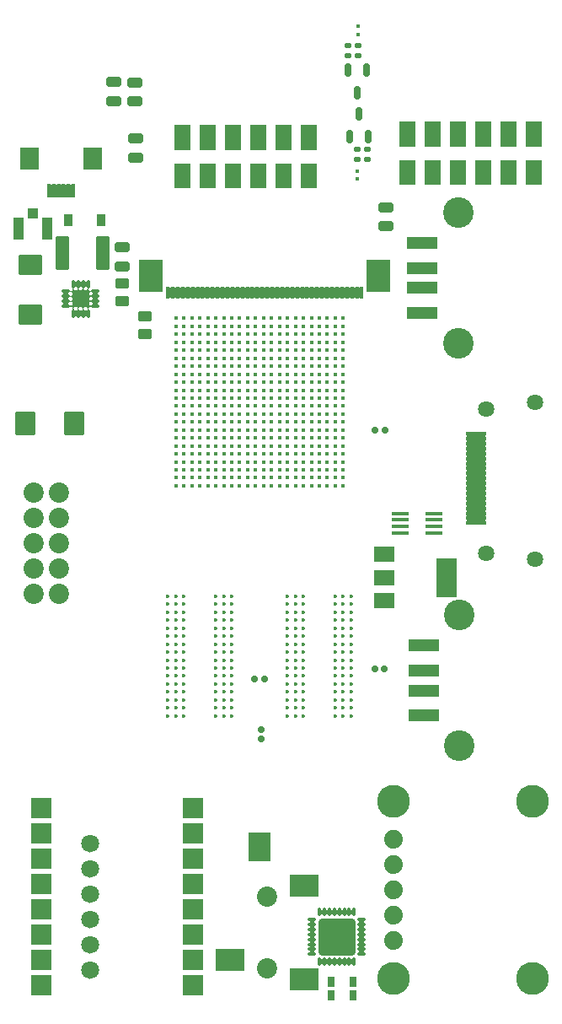
<source format=gbr>
G04 #@! TF.GenerationSoftware,KiCad,Pcbnew,7.0.1*
G04 #@! TF.CreationDate,2024-07-31T19:39:54-07:00*
G04 #@! TF.ProjectId,DFTBoard,44465442-6f61-4726-942e-6b696361645f,rev?*
G04 #@! TF.SameCoordinates,Original*
G04 #@! TF.FileFunction,Soldermask,Top*
G04 #@! TF.FilePolarity,Negative*
%FSLAX46Y46*%
G04 Gerber Fmt 4.6, Leading zero omitted, Abs format (unit mm)*
G04 Created by KiCad (PCBNEW 7.0.1) date 2024-07-31 19:39:54*
%MOMM*%
%LPD*%
G01*
G04 APERTURE LIST*
G04 Aperture macros list*
%AMRoundRect*
0 Rectangle with rounded corners*
0 $1 Rounding radius*
0 $2 $3 $4 $5 $6 $7 $8 $9 X,Y pos of 4 corners*
0 Add a 4 corners polygon primitive as box body*
4,1,4,$2,$3,$4,$5,$6,$7,$8,$9,$2,$3,0*
0 Add four circle primitives for the rounded corners*
1,1,$1+$1,$2,$3*
1,1,$1+$1,$4,$5*
1,1,$1+$1,$6,$7*
1,1,$1+$1,$8,$9*
0 Add four rect primitives between the rounded corners*
20,1,$1+$1,$2,$3,$4,$5,0*
20,1,$1+$1,$4,$5,$6,$7,0*
20,1,$1+$1,$6,$7,$8,$9,0*
20,1,$1+$1,$8,$9,$2,$3,0*%
G04 Aperture macros list end*
%ADD10C,0.010000*%
%ADD11RoundRect,0.015000X1.440180X-0.560070X1.440180X0.560070X-1.440180X0.560070X-1.440180X-0.560070X0*%
%ADD12C,3.078000*%
%ADD13RoundRect,0.162500X0.147500X0.172500X-0.147500X0.172500X-0.147500X-0.172500X0.147500X-0.172500X0*%
%ADD14RoundRect,0.162500X-0.147500X-0.172500X0.147500X-0.172500X0.147500X0.172500X-0.147500X0.172500X0*%
%ADD15C,0.360000*%
%ADD16RoundRect,0.077500X-0.312500X-0.062500X0.312500X-0.062500X0.312500X0.062500X-0.312500X0.062500X0*%
%ADD17RoundRect,0.077500X-0.062500X-0.312500X0.062500X-0.312500X0.062500X0.312500X-0.062500X0.312500X0*%
%ADD18RoundRect,0.264999X-1.575001X-1.575001X1.575001X-1.575001X1.575001X1.575001X-1.575001X1.575001X0*%
%ADD19C,2.030000*%
%ADD20RoundRect,0.015000X0.950000X-0.150000X0.950000X0.150000X-0.950000X0.150000X-0.950000X-0.150000X0*%
%ADD21C,1.630000*%
%ADD22RoundRect,0.015000X1.400000X-1.100000X1.400000X1.100000X-1.400000X1.100000X-1.400000X-1.100000X0*%
%ADD23RoundRect,0.015000X1.100000X-1.400000X1.100000X1.400000X-1.100000X1.400000X-1.100000X-1.400000X0*%
%ADD24C,0.430000*%
%ADD25RoundRect,0.015000X0.800000X-0.150000X0.800000X0.150000X-0.800000X0.150000X-0.800000X-0.150000X0*%
%ADD26RoundRect,0.162500X-0.172500X0.147500X-0.172500X-0.147500X0.172500X-0.147500X0.172500X0.147500X0*%
%ADD27RoundRect,0.015000X-0.330000X0.450000X-0.330000X-0.450000X0.330000X-0.450000X0.330000X0.450000X0*%
%ADD28RoundRect,0.077500X0.062500X-0.117500X0.062500X0.117500X-0.062500X0.117500X-0.062500X-0.117500X0*%
%ADD29RoundRect,0.265000X0.475000X-0.250000X0.475000X0.250000X-0.475000X0.250000X-0.475000X-0.250000X0*%
%ADD30RoundRect,0.150000X-0.185000X0.135000X-0.185000X-0.135000X0.185000X-0.135000X0.185000X0.135000X0*%
%ADD31RoundRect,0.265000X0.450000X-0.262500X0.450000X0.262500X-0.450000X0.262500X-0.450000X-0.262500X0*%
%ADD32RoundRect,0.165000X-0.150000X0.512500X-0.150000X-0.512500X0.150000X-0.512500X0.150000X0.512500X0*%
%ADD33RoundRect,0.265000X-0.925000X0.787500X-0.925000X-0.787500X0.925000X-0.787500X0.925000X0.787500X0*%
%ADD34RoundRect,0.077500X0.062500X-0.350000X0.062500X0.350000X-0.062500X0.350000X-0.062500X-0.350000X0*%
%ADD35RoundRect,0.077500X0.350000X-0.062500X0.350000X0.062500X-0.350000X0.062500X-0.350000X-0.062500X0*%
%ADD36RoundRect,0.015000X0.840000X-0.840000X0.840000X0.840000X-0.840000X0.840000X-0.840000X-0.840000X0*%
%ADD37RoundRect,0.265000X-0.787500X-0.925000X0.787500X-0.925000X0.787500X0.925000X-0.787500X0.925000X0*%
%ADD38RoundRect,0.265000X-0.475000X0.250000X-0.475000X-0.250000X0.475000X-0.250000X0.475000X0.250000X0*%
%ADD39C,1.879600*%
%ADD40C,3.301600*%
%ADD41RoundRect,0.150000X0.185000X-0.135000X0.185000X0.135000X-0.185000X0.135000X-0.185000X-0.135000X0*%
%ADD42RoundRect,0.015000X0.150000X0.650000X-0.150000X0.650000X-0.150000X-0.650000X0.150000X-0.650000X0*%
%ADD43RoundRect,0.015000X0.900000X1.100000X-0.900000X1.100000X-0.900000X-1.100000X0.900000X-1.100000X0*%
%ADD44RoundRect,0.015000X0.150000X0.550000X-0.150000X0.550000X-0.150000X-0.550000X0.150000X-0.550000X0*%
%ADD45RoundRect,0.015000X1.150000X1.550000X-1.150000X1.550000X-1.150000X-1.550000X1.150000X-1.550000X0*%
%ADD46RoundRect,0.077500X-0.062500X0.117500X-0.062500X-0.117500X0.062500X-0.117500X0.062500X0.117500X0*%
%ADD47RoundRect,0.015000X-0.500000X1.100000X-0.500000X-1.100000X0.500000X-1.100000X0.500000X1.100000X0*%
%ADD48RoundRect,0.015000X-0.500000X0.500000X-0.500000X-0.500000X0.500000X-0.500000X0.500000X0.500000X0*%
%ADD49RoundRect,0.165000X0.150000X-0.512500X0.150000X0.512500X-0.150000X0.512500X-0.150000X-0.512500X0*%
%ADD50RoundRect,0.015000X-1.000000X-0.750000X1.000000X-0.750000X1.000000X0.750000X-1.000000X0.750000X0*%
%ADD51RoundRect,0.015000X-1.000000X-1.900000X1.000000X-1.900000X1.000000X1.900000X-1.000000X1.900000X0*%
%ADD52RoundRect,0.102000X0.952500X0.952500X-0.952500X0.952500X-0.952500X-0.952500X0.952500X-0.952500X0*%
%ADD53RoundRect,0.264999X0.450001X1.450001X-0.450001X1.450001X-0.450001X-1.450001X0.450001X-1.450001X0*%
%ADD54RoundRect,0.240000X-0.225000X-0.375000X0.225000X-0.375000X0.225000X0.375000X-0.225000X0.375000X0*%
%ADD55C,1.808000*%
G04 APERTURE END LIST*
D10*
X141180980Y-75868000D02*
X139658990Y-75868000D01*
X139658990Y-73425990D01*
X141180980Y-73425990D01*
X141180980Y-75868000D01*
G36*
X141180980Y-75868000D02*
G01*
X139658990Y-75868000D01*
X139658990Y-73425990D01*
X141180980Y-73425990D01*
X141180980Y-75868000D01*
G37*
X141180980Y-79679000D02*
X139658990Y-79679000D01*
X139658990Y-77337010D01*
X141180980Y-77337010D01*
X141180980Y-79679000D01*
G36*
X141180980Y-79679000D02*
G01*
X139658990Y-79679000D01*
X139658990Y-77337010D01*
X141180980Y-77337010D01*
X141180980Y-79679000D01*
G37*
X143720980Y-75868000D02*
X142198990Y-75868000D01*
X142198990Y-73425990D01*
X143720980Y-73425990D01*
X143720980Y-75868000D01*
G36*
X143720980Y-75868000D02*
G01*
X142198990Y-75868000D01*
X142198990Y-73425990D01*
X143720980Y-73425990D01*
X143720980Y-75868000D01*
G37*
X143720980Y-79679000D02*
X142198990Y-79679000D01*
X142198990Y-77337010D01*
X143720980Y-77337010D01*
X143720980Y-79679000D01*
G36*
X143720980Y-79679000D02*
G01*
X142198990Y-79679000D01*
X142198990Y-77337010D01*
X143720980Y-77337010D01*
X143720980Y-79679000D01*
G37*
X146260984Y-75868000D02*
X144738990Y-75868000D01*
X144738990Y-73425990D01*
X146260984Y-73425990D01*
X146260984Y-75868000D01*
G36*
X146260984Y-75868000D02*
G01*
X144738990Y-75868000D01*
X144738990Y-73425990D01*
X146260984Y-73425990D01*
X146260984Y-75868000D01*
G37*
X146260984Y-79679000D02*
X144738990Y-79679000D01*
X144738990Y-77337010D01*
X146260984Y-77337010D01*
X146260984Y-79679000D01*
G36*
X146260984Y-79679000D02*
G01*
X144738990Y-79679000D01*
X144738990Y-77337010D01*
X146260984Y-77337010D01*
X146260984Y-79679000D01*
G37*
X148800980Y-75868000D02*
X147278991Y-75868000D01*
X147278991Y-73425990D01*
X148800980Y-73425990D01*
X148800980Y-75868000D01*
G36*
X148800980Y-75868000D02*
G01*
X147278991Y-75868000D01*
X147278991Y-73425990D01*
X148800980Y-73425990D01*
X148800980Y-75868000D01*
G37*
X148800980Y-79679000D02*
X147278991Y-79679000D01*
X147278991Y-77337010D01*
X148800980Y-77337010D01*
X148800980Y-79679000D01*
G36*
X148800980Y-79679000D02*
G01*
X147278991Y-79679000D01*
X147278991Y-77337010D01*
X148800980Y-77337010D01*
X148800980Y-79679000D01*
G37*
X151340980Y-75868000D02*
X149818990Y-75868000D01*
X149818990Y-73425990D01*
X151340980Y-73425990D01*
X151340980Y-75868000D01*
G36*
X151340980Y-75868000D02*
G01*
X149818990Y-75868000D01*
X149818990Y-73425990D01*
X151340980Y-73425990D01*
X151340980Y-75868000D01*
G37*
X151340980Y-79679000D02*
X149818990Y-79679000D01*
X149818990Y-77337010D01*
X151340980Y-77337010D01*
X151340980Y-79679000D01*
G36*
X151340980Y-79679000D02*
G01*
X149818990Y-79679000D01*
X149818990Y-77337010D01*
X151340980Y-77337010D01*
X151340980Y-79679000D01*
G37*
X153880980Y-75868000D02*
X152358990Y-75868000D01*
X152358990Y-73425990D01*
X153880980Y-73425990D01*
X153880980Y-75868000D01*
G36*
X153880980Y-75868000D02*
G01*
X152358990Y-75868000D01*
X152358990Y-73425990D01*
X153880980Y-73425990D01*
X153880980Y-75868000D01*
G37*
X153880980Y-79679000D02*
X152358990Y-79679000D01*
X152358990Y-77337010D01*
X153880980Y-77337010D01*
X153880980Y-79679000D01*
G36*
X153880980Y-79679000D02*
G01*
X152358990Y-79679000D01*
X152358990Y-77337010D01*
X153880980Y-77337010D01*
X153880980Y-79679000D01*
G37*
X118540980Y-76171000D02*
X117018990Y-76171000D01*
X117018990Y-73728990D01*
X118540980Y-73728990D01*
X118540980Y-76171000D01*
G36*
X118540980Y-76171000D02*
G01*
X117018990Y-76171000D01*
X117018990Y-73728990D01*
X118540980Y-73728990D01*
X118540980Y-76171000D01*
G37*
X118540980Y-79982000D02*
X117018990Y-79982000D01*
X117018990Y-77640010D01*
X118540980Y-77640010D01*
X118540980Y-79982000D01*
G36*
X118540980Y-79982000D02*
G01*
X117018990Y-79982000D01*
X117018990Y-77640010D01*
X118540980Y-77640010D01*
X118540980Y-79982000D01*
G37*
X121080980Y-76171000D02*
X119558990Y-76171000D01*
X119558990Y-73728990D01*
X121080980Y-73728990D01*
X121080980Y-76171000D01*
G36*
X121080980Y-76171000D02*
G01*
X119558990Y-76171000D01*
X119558990Y-73728990D01*
X121080980Y-73728990D01*
X121080980Y-76171000D01*
G37*
X121080980Y-79982000D02*
X119558990Y-79982000D01*
X119558990Y-77640010D01*
X121080980Y-77640010D01*
X121080980Y-79982000D01*
G36*
X121080980Y-79982000D02*
G01*
X119558990Y-79982000D01*
X119558990Y-77640010D01*
X121080980Y-77640010D01*
X121080980Y-79982000D01*
G37*
X123620984Y-76171000D02*
X122098990Y-76171000D01*
X122098990Y-73728990D01*
X123620984Y-73728990D01*
X123620984Y-76171000D01*
G36*
X123620984Y-76171000D02*
G01*
X122098990Y-76171000D01*
X122098990Y-73728990D01*
X123620984Y-73728990D01*
X123620984Y-76171000D01*
G37*
X123620984Y-79982000D02*
X122098990Y-79982000D01*
X122098990Y-77640010D01*
X123620984Y-77640010D01*
X123620984Y-79982000D01*
G36*
X123620984Y-79982000D02*
G01*
X122098990Y-79982000D01*
X122098990Y-77640010D01*
X123620984Y-77640010D01*
X123620984Y-79982000D01*
G37*
X126160980Y-76171000D02*
X124638991Y-76171000D01*
X124638991Y-73728990D01*
X126160980Y-73728990D01*
X126160980Y-76171000D01*
G36*
X126160980Y-76171000D02*
G01*
X124638991Y-76171000D01*
X124638991Y-73728990D01*
X126160980Y-73728990D01*
X126160980Y-76171000D01*
G37*
X126160980Y-79982000D02*
X124638991Y-79982000D01*
X124638991Y-77640010D01*
X126160980Y-77640010D01*
X126160980Y-79982000D01*
G36*
X126160980Y-79982000D02*
G01*
X124638991Y-79982000D01*
X124638991Y-77640010D01*
X126160980Y-77640010D01*
X126160980Y-79982000D01*
G37*
X128700980Y-76171000D02*
X127178990Y-76171000D01*
X127178990Y-73728990D01*
X128700980Y-73728990D01*
X128700980Y-76171000D01*
G36*
X128700980Y-76171000D02*
G01*
X127178990Y-76171000D01*
X127178990Y-73728990D01*
X128700980Y-73728990D01*
X128700980Y-76171000D01*
G37*
X128700980Y-79982000D02*
X127178990Y-79982000D01*
X127178990Y-77640010D01*
X128700980Y-77640010D01*
X128700980Y-79982000D01*
G36*
X128700980Y-79982000D02*
G01*
X127178990Y-79982000D01*
X127178990Y-77640010D01*
X128700980Y-77640010D01*
X128700980Y-79982000D01*
G37*
X131240980Y-76171000D02*
X129718990Y-76171000D01*
X129718990Y-73728990D01*
X131240980Y-73728990D01*
X131240980Y-76171000D01*
G36*
X131240980Y-76171000D02*
G01*
X129718990Y-76171000D01*
X129718990Y-73728990D01*
X131240980Y-73728990D01*
X131240980Y-76171000D01*
G37*
X131240980Y-79982000D02*
X129718990Y-79982000D01*
X129718990Y-77640010D01*
X131240980Y-77640010D01*
X131240980Y-79982000D01*
G36*
X131240980Y-79982000D02*
G01*
X129718990Y-79982000D01*
X129718990Y-77640010D01*
X131240980Y-77640010D01*
X131240980Y-79982000D01*
G37*
D11*
X142064130Y-133015120D03*
X142064130Y-130515760D03*
X142064130Y-128514240D03*
X142064130Y-126014880D03*
D12*
X145645530Y-136085980D03*
X145645530Y-122944020D03*
D13*
X126060000Y-129375000D03*
X125090000Y-129375000D03*
D14*
X137140000Y-128375000D03*
X138110000Y-128375000D03*
D15*
X116375000Y-121075000D03*
X117175000Y-121075000D03*
X117975000Y-121075000D03*
X121175000Y-121075000D03*
X121975000Y-121075000D03*
X122775000Y-121075000D03*
X116375000Y-121875000D03*
X117175000Y-121875000D03*
X117975000Y-121875000D03*
X121175000Y-121875000D03*
X121975000Y-121875000D03*
X122775000Y-121875000D03*
X116375000Y-122675000D03*
X117175000Y-122675000D03*
X117975000Y-122675000D03*
X121175000Y-122675000D03*
X121975000Y-122675000D03*
X122775000Y-122675000D03*
X116375000Y-123475000D03*
X117175000Y-123475000D03*
X117975000Y-123475000D03*
X121175000Y-123475000D03*
X121975000Y-123475000D03*
X122775000Y-123475000D03*
X116375000Y-124275000D03*
X117175000Y-124275000D03*
X117975000Y-124275000D03*
X121175000Y-124275000D03*
X121975000Y-124275000D03*
X122775000Y-124275000D03*
X116375000Y-125075000D03*
X117175000Y-125075000D03*
X117975000Y-125075000D03*
X121175000Y-125075000D03*
X121975000Y-125075000D03*
X122775000Y-125075000D03*
X116375000Y-125875000D03*
X117175000Y-125875000D03*
X117975000Y-125875000D03*
X121175000Y-125875000D03*
X121975000Y-125875000D03*
X122775000Y-125875000D03*
X116375000Y-126675000D03*
X117175000Y-126675000D03*
X117975000Y-126675000D03*
X121175000Y-126675000D03*
X121975000Y-126675000D03*
X122775000Y-126675000D03*
X116375000Y-127475000D03*
X117175000Y-127475000D03*
X117975000Y-127475000D03*
X121175000Y-127475000D03*
X121975000Y-127475000D03*
X122775000Y-127475000D03*
X116375000Y-128275000D03*
X117175000Y-128275000D03*
X117975000Y-128275000D03*
X121175000Y-128275000D03*
X121975000Y-128275000D03*
X122775000Y-128275000D03*
X116375000Y-129075000D03*
X117175000Y-129075000D03*
X117975000Y-129075000D03*
X121175000Y-129075000D03*
X121975000Y-129075000D03*
X122775000Y-129075000D03*
X116375000Y-129875000D03*
X117175000Y-129875000D03*
X117975000Y-129875000D03*
X121175000Y-129875000D03*
X121975000Y-129875000D03*
X122775000Y-129875000D03*
X116375000Y-130675000D03*
X117175000Y-130675000D03*
X117975000Y-130675000D03*
X121175000Y-130675000D03*
X121975000Y-130675000D03*
X122775000Y-130675000D03*
X116375000Y-131475000D03*
X117175000Y-131475000D03*
X117975000Y-131475000D03*
X121175000Y-131475000D03*
X121975000Y-131475000D03*
X122775000Y-131475000D03*
X116375000Y-132275000D03*
X117175000Y-132275000D03*
X117975000Y-132275000D03*
X121175000Y-132275000D03*
X121975000Y-132275000D03*
X122775000Y-132275000D03*
X116375000Y-133075000D03*
X117175000Y-133075000D03*
X117975000Y-133075000D03*
X121175000Y-133075000D03*
X121975000Y-133075000D03*
X122775000Y-133075000D03*
X128375000Y-121075000D03*
X129175000Y-121075000D03*
X129975000Y-121075000D03*
X133175000Y-121075000D03*
X133975000Y-121075000D03*
X134775000Y-121075000D03*
X128375000Y-121875000D03*
X129175000Y-121875000D03*
X129975000Y-121875000D03*
X133175000Y-121875000D03*
X133975000Y-121875000D03*
X134775000Y-121875000D03*
X128375000Y-122675000D03*
X129175000Y-122675000D03*
X129975000Y-122675000D03*
X133175000Y-122675000D03*
X133975000Y-122675000D03*
X134775000Y-122675000D03*
X128375000Y-123475000D03*
X129175000Y-123475000D03*
X129975000Y-123475000D03*
X133175000Y-123475000D03*
X133975000Y-123475000D03*
X134775000Y-123475000D03*
X128375000Y-124275000D03*
X129175000Y-124275000D03*
X129975000Y-124275000D03*
X133175000Y-124275000D03*
X133975000Y-124275000D03*
X134775000Y-124275000D03*
X128375000Y-125075000D03*
X129175000Y-125075000D03*
X129975000Y-125075000D03*
X133175000Y-125075000D03*
X133975000Y-125075000D03*
X134775000Y-125075000D03*
X128375000Y-125875000D03*
X129175000Y-125875000D03*
X129975000Y-125875000D03*
X133175000Y-125875000D03*
X133975000Y-125875000D03*
X134775000Y-125875000D03*
X128375000Y-126675000D03*
X129175000Y-126675000D03*
X129975000Y-126675000D03*
X133175000Y-126675000D03*
X133975000Y-126675000D03*
X134775000Y-126675000D03*
X128375000Y-127475000D03*
X129175000Y-127475000D03*
X129975000Y-127475000D03*
X133175000Y-127475000D03*
X133975000Y-127475000D03*
X134775000Y-127475000D03*
X128375000Y-128275000D03*
X129175000Y-128275000D03*
X129975000Y-128275000D03*
X133175000Y-128275000D03*
X133975000Y-128275000D03*
X134775000Y-128275000D03*
X128375000Y-129075000D03*
X129175000Y-129075000D03*
X129975000Y-129075000D03*
X133175000Y-129075000D03*
X133975000Y-129075000D03*
X134775000Y-129075000D03*
X128375000Y-129875000D03*
X129175000Y-129875000D03*
X129975000Y-129875000D03*
X133175000Y-129875000D03*
X133975000Y-129875000D03*
X134775000Y-129875000D03*
X128375000Y-130675000D03*
X129175000Y-130675000D03*
X129975000Y-130675000D03*
X133175000Y-130675000D03*
X133975000Y-130675000D03*
X134775000Y-130675000D03*
X128375000Y-131475000D03*
X129175000Y-131475000D03*
X129975000Y-131475000D03*
X133175000Y-131475000D03*
X133975000Y-131475000D03*
X134775000Y-131475000D03*
X128375000Y-132275000D03*
X129175000Y-132275000D03*
X129975000Y-132275000D03*
X133175000Y-132275000D03*
X133975000Y-132275000D03*
X134775000Y-132275000D03*
X128375000Y-133075000D03*
X129175000Y-133075000D03*
X129975000Y-133075000D03*
X133175000Y-133075000D03*
X133975000Y-133075000D03*
X134775000Y-133075000D03*
D16*
X130855000Y-153505000D03*
X130855000Y-154005000D03*
X130855000Y-154505000D03*
X130855000Y-155005000D03*
X130855000Y-155505000D03*
X130855000Y-156005000D03*
X130855000Y-156505000D03*
X130855000Y-157005000D03*
D17*
X131580000Y-157730000D03*
X132080000Y-157730000D03*
X132580000Y-157730000D03*
X133080000Y-157730000D03*
X133580000Y-157730000D03*
X134080000Y-157730000D03*
X134580000Y-157730000D03*
X135080000Y-157730000D03*
D16*
X135805000Y-157005000D03*
X135805000Y-156505000D03*
X135805000Y-156005000D03*
X135805000Y-155505000D03*
X135805000Y-155005000D03*
X135805000Y-154505000D03*
X135805000Y-154005000D03*
X135805000Y-153505000D03*
D17*
X135080000Y-152780000D03*
X134580000Y-152780000D03*
X134080000Y-152780000D03*
X133580000Y-152780000D03*
X133080000Y-152780000D03*
X132580000Y-152780000D03*
X132080000Y-152780000D03*
X131580000Y-152780000D03*
D18*
X133330000Y-155255000D03*
D19*
X105450000Y-120845000D03*
X102910000Y-120845000D03*
X105450000Y-118305000D03*
X102910000Y-118305000D03*
X105450000Y-115765000D03*
X102910000Y-115765000D03*
X105450000Y-113225000D03*
X102910000Y-113225000D03*
X105450000Y-110685000D03*
X102910000Y-110685000D03*
D14*
X137190000Y-104375000D03*
X138160000Y-104375000D03*
D20*
X147340000Y-104740000D03*
X147340000Y-105240000D03*
X147340000Y-105740000D03*
X147340000Y-106240000D03*
X147340000Y-106740000D03*
X147340000Y-107240000D03*
X147340000Y-107740000D03*
X147340000Y-108240000D03*
X147340000Y-108740000D03*
X147340000Y-109240000D03*
X147340000Y-109740000D03*
X147340000Y-110240000D03*
X147340000Y-110740000D03*
X147340000Y-111240000D03*
X147340000Y-111740000D03*
X147340000Y-112240000D03*
X147340000Y-112740000D03*
X147340000Y-113240000D03*
X147340000Y-113740000D03*
D21*
X153290000Y-117340000D03*
X148340000Y-116740000D03*
X148340000Y-102240000D03*
X153290000Y-101640000D03*
D22*
X130025000Y-159537500D03*
X130025000Y-150137500D03*
X122625000Y-157537500D03*
D23*
X125575000Y-146237500D03*
D19*
X126325000Y-158437500D03*
X126325000Y-151237500D03*
D24*
X117175000Y-109975000D03*
X117175000Y-109175000D03*
X117175000Y-108375000D03*
X117175000Y-107575000D03*
X117175000Y-106775000D03*
X117175000Y-105975000D03*
X117175000Y-105175000D03*
X117175000Y-104375000D03*
X117175000Y-103575000D03*
X117175000Y-102775000D03*
X117175000Y-101975000D03*
X117175000Y-101175000D03*
X117175000Y-100375000D03*
X117175000Y-99575000D03*
X117175000Y-98775000D03*
X117175000Y-97975000D03*
X117175000Y-97175000D03*
X117175000Y-96375000D03*
X117175000Y-95575000D03*
X117175000Y-94775000D03*
X117175000Y-93975000D03*
X117175000Y-93175000D03*
X133175000Y-109975000D03*
X133175000Y-109175000D03*
X133175000Y-108375000D03*
X133175000Y-107575000D03*
X133175000Y-106775000D03*
X133175000Y-105975000D03*
X133175000Y-105175000D03*
X133175000Y-104375000D03*
X133175000Y-103575000D03*
X133175000Y-102775000D03*
X133175000Y-101975000D03*
X133175000Y-101175000D03*
X133175000Y-100375000D03*
X133175000Y-99575000D03*
X133175000Y-98775000D03*
X133175000Y-97975000D03*
X133175000Y-97175000D03*
X133175000Y-96375000D03*
X133175000Y-95575000D03*
X133175000Y-94775000D03*
X133175000Y-93975000D03*
X133175000Y-93175000D03*
X133975000Y-109975000D03*
X133975000Y-109175000D03*
X133975000Y-108375000D03*
X133975000Y-107575000D03*
X133975000Y-106775000D03*
X133975000Y-105975000D03*
X133975000Y-105175000D03*
X133975000Y-104375000D03*
X133975000Y-103575000D03*
X133975000Y-102775000D03*
X133975000Y-101975000D03*
X133975000Y-101175000D03*
X133975000Y-100375000D03*
X133975000Y-99575000D03*
X133975000Y-98775000D03*
X133975000Y-97975000D03*
X133975000Y-97175000D03*
X133975000Y-96375000D03*
X133975000Y-95575000D03*
X133975000Y-94775000D03*
X133975000Y-93975000D03*
X133975000Y-93175000D03*
X117975000Y-109975000D03*
X117975000Y-109175000D03*
X117975000Y-108375000D03*
X117975000Y-107575000D03*
X117975000Y-106775000D03*
X117975000Y-105975000D03*
X117975000Y-105175000D03*
X117975000Y-104375000D03*
X117975000Y-103575000D03*
X117975000Y-102775000D03*
X117975000Y-101975000D03*
X117975000Y-101175000D03*
X117975000Y-100375000D03*
X117975000Y-99575000D03*
X117975000Y-98775000D03*
X117975000Y-97975000D03*
X117975000Y-97175000D03*
X117975000Y-96375000D03*
X117975000Y-95575000D03*
X117975000Y-94775000D03*
X117975000Y-93975000D03*
X117975000Y-93175000D03*
X118775000Y-109975000D03*
X118775000Y-109175000D03*
X118775000Y-108375000D03*
X118775000Y-107575000D03*
X118775000Y-106775000D03*
X118775000Y-105975000D03*
X118775000Y-105175000D03*
X118775000Y-104375000D03*
X118775000Y-103575000D03*
X118775000Y-102775000D03*
X118775000Y-101975000D03*
X118775000Y-101175000D03*
X118775000Y-100375000D03*
X118775000Y-99575000D03*
X118775000Y-98775000D03*
X118775000Y-97975000D03*
X118775000Y-97175000D03*
X118775000Y-96375000D03*
X118775000Y-95575000D03*
X118775000Y-94775000D03*
X118775000Y-93975000D03*
X118775000Y-93175000D03*
X119575000Y-109975000D03*
X119575000Y-109175000D03*
X119575000Y-108375000D03*
X119575000Y-107575000D03*
X119575000Y-106775000D03*
X119575000Y-105975000D03*
X119575000Y-105175000D03*
X119575000Y-104375000D03*
X119575000Y-103575000D03*
X119575000Y-102775000D03*
X119575000Y-101975000D03*
X119575000Y-101175000D03*
X119575000Y-100375000D03*
X119575000Y-99575000D03*
X119575000Y-98775000D03*
X119575000Y-97975000D03*
X119575000Y-97175000D03*
X119575000Y-96375000D03*
X119575000Y-95575000D03*
X119575000Y-94775000D03*
X119575000Y-93975000D03*
X119575000Y-93175000D03*
X120375000Y-109975000D03*
X120375000Y-109175000D03*
X120375000Y-108375000D03*
X120375000Y-107575000D03*
X120375000Y-106775000D03*
X120375000Y-105975000D03*
X120375000Y-105175000D03*
X120375000Y-104375000D03*
X120375000Y-103575000D03*
X120375000Y-102775000D03*
X120375000Y-101975000D03*
X120375000Y-101175000D03*
X120375000Y-100375000D03*
X120375000Y-99575000D03*
X120375000Y-98775000D03*
X120375000Y-97975000D03*
X120375000Y-97175000D03*
X120375000Y-96375000D03*
X120375000Y-95575000D03*
X120375000Y-94775000D03*
X120375000Y-93975000D03*
X120375000Y-93175000D03*
X121175000Y-109975000D03*
X121175000Y-109175000D03*
X121175000Y-108375000D03*
X121175000Y-107575000D03*
X121175000Y-106775000D03*
X121175000Y-105975000D03*
X121175000Y-105175000D03*
X121175000Y-104375000D03*
X121175000Y-103575000D03*
X121175000Y-102775000D03*
X121175000Y-101975000D03*
X121175000Y-101175000D03*
X121175000Y-100375000D03*
X121175000Y-99575000D03*
X121175000Y-98775000D03*
X121175000Y-97975000D03*
X121175000Y-97175000D03*
X121175000Y-96375000D03*
X121175000Y-95575000D03*
X121175000Y-94775000D03*
X121175000Y-93975000D03*
X121175000Y-93175000D03*
X121975000Y-109975000D03*
X121975000Y-109175000D03*
X121975000Y-108375000D03*
X121975000Y-107575000D03*
X121975000Y-106775000D03*
X121975000Y-105975000D03*
X121975000Y-105175000D03*
X121975000Y-104375000D03*
X121975000Y-103575000D03*
X121975000Y-102775000D03*
X121975000Y-101975000D03*
X121975000Y-101175000D03*
X121975000Y-100375000D03*
X121975000Y-99575000D03*
X121975000Y-98775000D03*
X121975000Y-97975000D03*
X121975000Y-97175000D03*
X121975000Y-96375000D03*
X121975000Y-95575000D03*
X121975000Y-94775000D03*
X121975000Y-93975000D03*
X121975000Y-93175000D03*
X122775000Y-109975000D03*
X122775000Y-109175000D03*
X122775000Y-108375000D03*
X122775000Y-107575000D03*
X122775000Y-106775000D03*
X122775000Y-105975000D03*
X122775000Y-105175000D03*
X122775000Y-104375000D03*
X122775000Y-103575000D03*
X122775000Y-102775000D03*
X122775000Y-101975000D03*
X122775000Y-101175000D03*
X122775000Y-100375000D03*
X122775000Y-99575000D03*
X122775000Y-98775000D03*
X122775000Y-97975000D03*
X122775000Y-97175000D03*
X122775000Y-96375000D03*
X122775000Y-95575000D03*
X122775000Y-94775000D03*
X122775000Y-93975000D03*
X122775000Y-93175000D03*
X123575000Y-109975000D03*
X123575000Y-109175000D03*
X123575000Y-108375000D03*
X123575000Y-107575000D03*
X123575000Y-106775000D03*
X123575000Y-105975000D03*
X123575000Y-105175000D03*
X123575000Y-104375000D03*
X123575000Y-103575000D03*
X123575000Y-102775000D03*
X123575000Y-101975000D03*
X123575000Y-101175000D03*
X123575000Y-100375000D03*
X123575000Y-99575000D03*
X123575000Y-98775000D03*
X123575000Y-97975000D03*
X123575000Y-97175000D03*
X123575000Y-96375000D03*
X123575000Y-95575000D03*
X123575000Y-94775000D03*
X123575000Y-93975000D03*
X123575000Y-93175000D03*
X124375000Y-109975000D03*
X124375000Y-109175000D03*
X124375000Y-108375000D03*
X124375000Y-107575000D03*
X124375000Y-106775000D03*
X124375000Y-105975000D03*
X124375000Y-105175000D03*
X124375000Y-104375000D03*
X124375000Y-103575000D03*
X124375000Y-102775000D03*
X124375000Y-101975000D03*
X124375000Y-101175000D03*
X124375000Y-100375000D03*
X124375000Y-99575000D03*
X124375000Y-98775000D03*
X124375000Y-97975000D03*
X124375000Y-97175000D03*
X124375000Y-96375000D03*
X124375000Y-95575000D03*
X124375000Y-94775000D03*
X124375000Y-93975000D03*
X124375000Y-93175000D03*
X125175000Y-109975000D03*
X125175000Y-109175000D03*
X125175000Y-108375000D03*
X125175000Y-107575000D03*
X125175000Y-106775000D03*
X125175000Y-105975000D03*
X125175000Y-105175000D03*
X125175000Y-104375000D03*
X125175000Y-103575000D03*
X125175000Y-102775000D03*
X125175000Y-101975000D03*
X125175000Y-101175000D03*
X125175000Y-100375000D03*
X125175000Y-99575000D03*
X125175000Y-98775000D03*
X125175000Y-97975000D03*
X125175000Y-97175000D03*
X125175000Y-96375000D03*
X125175000Y-95575000D03*
X125175000Y-94775000D03*
X125175000Y-93975000D03*
X125175000Y-93175000D03*
X125975000Y-109975000D03*
X125975000Y-109175000D03*
X125975000Y-108375000D03*
X125975000Y-107575000D03*
X125975000Y-106775000D03*
X125975000Y-105975000D03*
X125975000Y-105175000D03*
X125975000Y-104375000D03*
X125975000Y-103575000D03*
X125975000Y-102775000D03*
X125975000Y-101975000D03*
X125975000Y-101175000D03*
X125975000Y-100375000D03*
X125975000Y-99575000D03*
X125975000Y-98775000D03*
X125975000Y-97975000D03*
X125975000Y-97175000D03*
X125975000Y-96375000D03*
X125975000Y-95575000D03*
X125975000Y-94775000D03*
X125975000Y-93975000D03*
X125975000Y-93175000D03*
X126775000Y-109975000D03*
X126775000Y-109175000D03*
X126775000Y-108375000D03*
X126775000Y-107575000D03*
X126775000Y-106775000D03*
X126775000Y-105975000D03*
X126775000Y-105175000D03*
X126775000Y-104375000D03*
X126775000Y-103575000D03*
X126775000Y-102775000D03*
X126775000Y-101975000D03*
X126775000Y-101175000D03*
X126775000Y-100375000D03*
X126775000Y-99575000D03*
X126775000Y-98775000D03*
X126775000Y-97975000D03*
X126775000Y-97175000D03*
X126775000Y-96375000D03*
X126775000Y-95575000D03*
X126775000Y-94775000D03*
X126775000Y-93975000D03*
X126775000Y-93175000D03*
X127575000Y-109975000D03*
X127575000Y-109175000D03*
X127575000Y-108375000D03*
X127575000Y-107575000D03*
X127575000Y-106775000D03*
X127575000Y-105975000D03*
X127575000Y-105175000D03*
X127575000Y-104375000D03*
X127575000Y-103575000D03*
X127575000Y-102775000D03*
X127575000Y-101975000D03*
X127575000Y-101175000D03*
X127575000Y-100375000D03*
X127575000Y-99575000D03*
X127575000Y-98775000D03*
X127575000Y-97975000D03*
X127575000Y-97175000D03*
X127575000Y-96375000D03*
X127575000Y-95575000D03*
X127575000Y-94775000D03*
X127575000Y-93975000D03*
X127575000Y-93175000D03*
X128375000Y-109975000D03*
X128375000Y-109175000D03*
X128375000Y-108375000D03*
X128375000Y-107575000D03*
X128375000Y-106775000D03*
X128375000Y-105975000D03*
X128375000Y-105175000D03*
X128375000Y-104375000D03*
X128375000Y-103575000D03*
X128375000Y-102775000D03*
X128375000Y-101975000D03*
X128375000Y-101175000D03*
X128375000Y-100375000D03*
X128375000Y-99575000D03*
X128375000Y-98775000D03*
X128375000Y-97975000D03*
X128375000Y-97175000D03*
X128375000Y-96375000D03*
X128375000Y-95575000D03*
X128375000Y-94775000D03*
X128375000Y-93975000D03*
X128375000Y-93175000D03*
X129175000Y-109975000D03*
X129175000Y-109175000D03*
X129175000Y-108375000D03*
X129175000Y-107575000D03*
X129175000Y-106775000D03*
X129175000Y-105975000D03*
X129175000Y-105175000D03*
X129175000Y-104375000D03*
X129175000Y-103575000D03*
X129175000Y-102775000D03*
X129175000Y-101975000D03*
X129175000Y-101175000D03*
X129175000Y-100375000D03*
X129175000Y-99575000D03*
X129175000Y-98775000D03*
X129175000Y-97975000D03*
X129175000Y-97175000D03*
X129175000Y-96375000D03*
X129175000Y-95575000D03*
X129175000Y-94775000D03*
X129175000Y-93975000D03*
X129175000Y-93175000D03*
X129975000Y-109975000D03*
X129975000Y-109175000D03*
X129975000Y-108375000D03*
X129975000Y-107575000D03*
X129975000Y-106775000D03*
X129975000Y-105975000D03*
X129975000Y-105175000D03*
X129975000Y-104375000D03*
X129975000Y-103575000D03*
X129975000Y-102775000D03*
X129975000Y-101975000D03*
X129975000Y-101175000D03*
X129975000Y-100375000D03*
X129975000Y-99575000D03*
X129975000Y-98775000D03*
X129975000Y-97975000D03*
X129975000Y-97175000D03*
X129975000Y-96375000D03*
X129975000Y-95575000D03*
X129975000Y-94775000D03*
X129975000Y-93975000D03*
X129975000Y-93175000D03*
X130775000Y-109975000D03*
X130775000Y-109175000D03*
X130775000Y-108375000D03*
X130775000Y-107575000D03*
X130775000Y-106775000D03*
X130775000Y-105975000D03*
X130775000Y-105175000D03*
X130775000Y-104375000D03*
X130775000Y-103575000D03*
X130775000Y-102775000D03*
X130775000Y-101975000D03*
X130775000Y-101175000D03*
X130775000Y-100375000D03*
X130775000Y-99575000D03*
X130775000Y-98775000D03*
X130775000Y-97975000D03*
X130775000Y-97175000D03*
X130775000Y-96375000D03*
X130775000Y-95575000D03*
X130775000Y-94775000D03*
X130775000Y-93975000D03*
X130775000Y-93175000D03*
X131575000Y-109975000D03*
X131575000Y-109175000D03*
X131575000Y-108375000D03*
X131575000Y-107575000D03*
X131575000Y-106775000D03*
X131575000Y-105975000D03*
X131575000Y-105175000D03*
X131575000Y-104375000D03*
X131575000Y-103575000D03*
X131575000Y-102775000D03*
X131575000Y-101975000D03*
X131575000Y-101175000D03*
X131575000Y-100375000D03*
X131575000Y-99575000D03*
X131575000Y-98775000D03*
X131575000Y-97975000D03*
X131575000Y-97175000D03*
X131575000Y-96375000D03*
X131575000Y-95575000D03*
X131575000Y-94775000D03*
X131575000Y-93975000D03*
X131575000Y-93175000D03*
X132375000Y-109975000D03*
X132375000Y-109175000D03*
X132375000Y-108375000D03*
X132375000Y-107575000D03*
X132375000Y-106775000D03*
X132375000Y-105975000D03*
X132375000Y-105175000D03*
X132375000Y-104375000D03*
X132375000Y-103575000D03*
X132375000Y-102775000D03*
X132375000Y-101975000D03*
X132375000Y-101175000D03*
X132375000Y-100375000D03*
X132375000Y-99575000D03*
X132375000Y-98775000D03*
X132375000Y-97975000D03*
X132375000Y-97175000D03*
X132375000Y-96375000D03*
X132375000Y-95575000D03*
X132375000Y-94775000D03*
X132375000Y-93975000D03*
X132375000Y-93175000D03*
D25*
X143090000Y-114695000D03*
X143090000Y-114045000D03*
X143090000Y-113395000D03*
X143090000Y-112745000D03*
X139690000Y-112745000D03*
X139690000Y-113395000D03*
X139690000Y-114045000D03*
X139690000Y-114695000D03*
D26*
X125720000Y-134425000D03*
X125720000Y-135395000D03*
D27*
X134945000Y-159737500D03*
X132755000Y-159737500D03*
X132755000Y-161087500D03*
X134945000Y-161087500D03*
D28*
X135405000Y-78362500D03*
X135405000Y-79202500D03*
D29*
X110960000Y-71350000D03*
X110960000Y-69450000D03*
D30*
X134445000Y-65800000D03*
X134445000Y-66820000D03*
D29*
X113040000Y-71380000D03*
X113040000Y-69480000D03*
X113100000Y-77010000D03*
X113100000Y-75110000D03*
D31*
X114050000Y-94762500D03*
X114050000Y-92937500D03*
D32*
X136320000Y-68222500D03*
X134420000Y-68222500D03*
X135370000Y-70497500D03*
D33*
X102525000Y-87837500D03*
X102525000Y-92762500D03*
D34*
X106840000Y-92670000D03*
X107340000Y-92670000D03*
X107840000Y-92670000D03*
X108340000Y-92670000D03*
D35*
X109052500Y-91957500D03*
X109052500Y-91457500D03*
X109052500Y-90957500D03*
X109052500Y-90457500D03*
D34*
X108340000Y-89745000D03*
X107840000Y-89745000D03*
X107340000Y-89745000D03*
X106840000Y-89745000D03*
D35*
X106127500Y-90457500D03*
X106127500Y-90957500D03*
X106127500Y-91457500D03*
X106127500Y-91957500D03*
D36*
X107590000Y-91207500D03*
D37*
X102050000Y-103750000D03*
X106975000Y-103750000D03*
D38*
X138250000Y-82030000D03*
X138250000Y-83930000D03*
D39*
X139050000Y-155637000D03*
X139050000Y-153097000D03*
X139050000Y-150557000D03*
X139050000Y-148017000D03*
X139050000Y-145477000D03*
D40*
X139050000Y-159447000D03*
X139050000Y-159447000D03*
X153020000Y-159447000D03*
X153020000Y-159447000D03*
X139050000Y-141667000D03*
X139050000Y-141667000D03*
X153020000Y-141667000D03*
D41*
X135380000Y-77245000D03*
X135380000Y-76225000D03*
D11*
X141938600Y-92621100D03*
X141938600Y-90121740D03*
X141938600Y-88120220D03*
X141938600Y-85620860D03*
D12*
X145520000Y-95691960D03*
X145520000Y-82550000D03*
D42*
X106875000Y-80375000D03*
X106375000Y-80375000D03*
X105875000Y-80375000D03*
X105375000Y-80375000D03*
X104875000Y-80375000D03*
X104375000Y-80375000D03*
D43*
X108775000Y-77125000D03*
X102475000Y-77125000D03*
D31*
X111775000Y-91462500D03*
X111775000Y-89637500D03*
D44*
X135845000Y-90575000D03*
X135345000Y-90575000D03*
X134845000Y-90575000D03*
X134345000Y-90575000D03*
X133845000Y-90575000D03*
X133345000Y-90575000D03*
X132845000Y-90575000D03*
X132345000Y-90575000D03*
X131845000Y-90575000D03*
X131345000Y-90575000D03*
X130845000Y-90575000D03*
X130345000Y-90575000D03*
X129845000Y-90575000D03*
X129345000Y-90575000D03*
X128845000Y-90575000D03*
X128345000Y-90575000D03*
X127845000Y-90575000D03*
X127345000Y-90575000D03*
X126845000Y-90575000D03*
X126345000Y-90575000D03*
X125845000Y-90575000D03*
X125345000Y-90575000D03*
X124845000Y-90575000D03*
X124345000Y-90575000D03*
X123845000Y-90575000D03*
X123345000Y-90575000D03*
X122845000Y-90575000D03*
X122345000Y-90575000D03*
X121845000Y-90575000D03*
X121345000Y-90575000D03*
X120845000Y-90575000D03*
X120345000Y-90575000D03*
X119845000Y-90575000D03*
X119345000Y-90575000D03*
X118845000Y-90575000D03*
X118345000Y-90575000D03*
X117845000Y-90575000D03*
X117345000Y-90575000D03*
X116845000Y-90575000D03*
X116345000Y-90575000D03*
D45*
X137515000Y-88875000D03*
X114675000Y-88875000D03*
D41*
X135470000Y-66830000D03*
X135470000Y-65810000D03*
D29*
X111800000Y-87950000D03*
X111800000Y-86050000D03*
D46*
X135445000Y-64710000D03*
X135445000Y-63870000D03*
D47*
X104250000Y-84175000D03*
X101350000Y-84175000D03*
D48*
X102800000Y-82675000D03*
D49*
X134630000Y-74912500D03*
X136530000Y-74912500D03*
X135580000Y-72637500D03*
D50*
X138100000Y-116875000D03*
X138100000Y-119175000D03*
D51*
X144400000Y-119175000D03*
D50*
X138100000Y-121475000D03*
D52*
X103655000Y-142345000D03*
X103655000Y-144885000D03*
X103655000Y-147425000D03*
X103655000Y-149965000D03*
X103655000Y-155045000D03*
X103655000Y-152505000D03*
X118895000Y-160125000D03*
X103655000Y-160125000D03*
X118895000Y-157585000D03*
X118895000Y-155045000D03*
X118895000Y-152505000D03*
X118895000Y-149965000D03*
X118895000Y-147425000D03*
X118895000Y-144885000D03*
X118895000Y-142345000D03*
X103655000Y-157585000D03*
D53*
X109850000Y-86650000D03*
X105750000Y-86650000D03*
D54*
X106325000Y-83275000D03*
X109625000Y-83275000D03*
D41*
X136380000Y-77245000D03*
X136380000Y-76225000D03*
D55*
X108550000Y-158600000D03*
X108550000Y-156060000D03*
X108550000Y-153520000D03*
X108550000Y-150980000D03*
X108550000Y-148440000D03*
X108550000Y-145900000D03*
G36*
X134941111Y-157427088D02*
G01*
X134942000Y-157428751D01*
X134942000Y-158031240D01*
X134941111Y-158032903D01*
X134939235Y-158033088D01*
X134938038Y-158031630D01*
X134922161Y-157951811D01*
X134737839Y-157951811D01*
X134721962Y-158031628D01*
X134720765Y-158033086D01*
X134718889Y-158032901D01*
X134718000Y-158031238D01*
X134718000Y-157428765D01*
X134718889Y-157427102D01*
X134720765Y-157426917D01*
X134721962Y-157428375D01*
X134737835Y-157508186D01*
X134922158Y-157508189D01*
X134938038Y-157428361D01*
X134939235Y-157426903D01*
X134941111Y-157427088D01*
G37*
G36*
X134441111Y-157427088D02*
G01*
X134442000Y-157428751D01*
X134442000Y-158031240D01*
X134441111Y-158032903D01*
X134439235Y-158033088D01*
X134438038Y-158031630D01*
X134422161Y-157951811D01*
X134237839Y-157951811D01*
X134221962Y-158031628D01*
X134220765Y-158033086D01*
X134218889Y-158032901D01*
X134218000Y-158031238D01*
X134218000Y-157428765D01*
X134218889Y-157427102D01*
X134220765Y-157426917D01*
X134221962Y-157428375D01*
X134237835Y-157508186D01*
X134422158Y-157508189D01*
X134438038Y-157428361D01*
X134439235Y-157426903D01*
X134441111Y-157427088D01*
G37*
G36*
X133941111Y-157427088D02*
G01*
X133942000Y-157428751D01*
X133942000Y-158031240D01*
X133941111Y-158032903D01*
X133939235Y-158033088D01*
X133938038Y-158031630D01*
X133922161Y-157951811D01*
X133737839Y-157951811D01*
X133721962Y-158031628D01*
X133720765Y-158033086D01*
X133718889Y-158032901D01*
X133718000Y-158031238D01*
X133718000Y-157428765D01*
X133718889Y-157427102D01*
X133720765Y-157426917D01*
X133721962Y-157428375D01*
X133737835Y-157508186D01*
X133922158Y-157508189D01*
X133938038Y-157428361D01*
X133939235Y-157426903D01*
X133941111Y-157427088D01*
G37*
G36*
X133441111Y-157427088D02*
G01*
X133442000Y-157428751D01*
X133442000Y-158031240D01*
X133441111Y-158032903D01*
X133439235Y-158033088D01*
X133438038Y-158031630D01*
X133422161Y-157951811D01*
X133237839Y-157951811D01*
X133221962Y-158031628D01*
X133220765Y-158033086D01*
X133218889Y-158032901D01*
X133218000Y-158031238D01*
X133218000Y-157428765D01*
X133218889Y-157427102D01*
X133220765Y-157426917D01*
X133221962Y-157428375D01*
X133237835Y-157508186D01*
X133422158Y-157508189D01*
X133438038Y-157428361D01*
X133439235Y-157426903D01*
X133441111Y-157427088D01*
G37*
G36*
X132941111Y-157427088D02*
G01*
X132942000Y-157428751D01*
X132942000Y-158031240D01*
X132941111Y-158032903D01*
X132939235Y-158033088D01*
X132938038Y-158031630D01*
X132922161Y-157951811D01*
X132737839Y-157951811D01*
X132721962Y-158031628D01*
X132720765Y-158033086D01*
X132718889Y-158032901D01*
X132718000Y-158031238D01*
X132718000Y-157428765D01*
X132718889Y-157427102D01*
X132720765Y-157426917D01*
X132721962Y-157428375D01*
X132737835Y-157508186D01*
X132922158Y-157508189D01*
X132938038Y-157428361D01*
X132939235Y-157426903D01*
X132941111Y-157427088D01*
G37*
G36*
X132441111Y-157427088D02*
G01*
X132442000Y-157428751D01*
X132442000Y-158031240D01*
X132441111Y-158032903D01*
X132439235Y-158033088D01*
X132438038Y-158031630D01*
X132422161Y-157951811D01*
X132237839Y-157951811D01*
X132221962Y-158031628D01*
X132220765Y-158033086D01*
X132218889Y-158032901D01*
X132218000Y-158031238D01*
X132218000Y-157428765D01*
X132218889Y-157427102D01*
X132220765Y-157426917D01*
X132221962Y-157428375D01*
X132237835Y-157508186D01*
X132422158Y-157508189D01*
X132438038Y-157428361D01*
X132439235Y-157426903D01*
X132441111Y-157427088D01*
G37*
G36*
X131941111Y-157427088D02*
G01*
X131942000Y-157428751D01*
X131942000Y-158031240D01*
X131941111Y-158032903D01*
X131939235Y-158033088D01*
X131938038Y-158031630D01*
X131922161Y-157951811D01*
X131737839Y-157951811D01*
X131721962Y-158031628D01*
X131720765Y-158033086D01*
X131718889Y-158032901D01*
X131718000Y-158031238D01*
X131718000Y-157428765D01*
X131718889Y-157427102D01*
X131720765Y-157426917D01*
X131721962Y-157428375D01*
X131737835Y-157508186D01*
X131922158Y-157508189D01*
X131938038Y-157428361D01*
X131939235Y-157426903D01*
X131941111Y-157427088D01*
G37*
G36*
X134898397Y-157093905D02*
G01*
X134898554Y-157095803D01*
X134897052Y-157096972D01*
X134897046Y-157096973D01*
X134896717Y-157097000D01*
X131763283Y-157097000D01*
X131761869Y-157096414D01*
X131761868Y-157096413D01*
X131761282Y-157094999D01*
X131761868Y-157093585D01*
X131763282Y-157092999D01*
X134896723Y-157092999D01*
X134898397Y-157093905D01*
G37*
G36*
X136107897Y-156643889D02*
G01*
X136108082Y-156645765D01*
X136106624Y-156646962D01*
X136026812Y-156662835D01*
X136026809Y-156847158D01*
X136106638Y-156863038D01*
X136108096Y-156864235D01*
X136107911Y-156866111D01*
X136106248Y-156867000D01*
X135503757Y-156867000D01*
X135502094Y-156866111D01*
X135501909Y-156864235D01*
X135503367Y-156863038D01*
X135583188Y-156847161D01*
X135583188Y-156662839D01*
X135503371Y-156646962D01*
X135501913Y-156645765D01*
X135502098Y-156643889D01*
X135503761Y-156643000D01*
X136106234Y-156643000D01*
X136107897Y-156643889D01*
G37*
G36*
X131157897Y-156643889D02*
G01*
X131158082Y-156645765D01*
X131156624Y-156646962D01*
X131076812Y-156662835D01*
X131076809Y-156847158D01*
X131156638Y-156863038D01*
X131158096Y-156864235D01*
X131157911Y-156866111D01*
X131156248Y-156867000D01*
X130553757Y-156867000D01*
X130552094Y-156866111D01*
X130551909Y-156864235D01*
X130553367Y-156863038D01*
X130633188Y-156847161D01*
X130633188Y-156662839D01*
X130553371Y-156646962D01*
X130551913Y-156645765D01*
X130552098Y-156643889D01*
X130553761Y-156643000D01*
X131156234Y-156643000D01*
X131157897Y-156643889D01*
G37*
G36*
X136107897Y-156143889D02*
G01*
X136108082Y-156145765D01*
X136106624Y-156146962D01*
X136026812Y-156162835D01*
X136026809Y-156347158D01*
X136106638Y-156363038D01*
X136108096Y-156364235D01*
X136107911Y-156366111D01*
X136106248Y-156367000D01*
X135503757Y-156367000D01*
X135502094Y-156366111D01*
X135501909Y-156364235D01*
X135503367Y-156363038D01*
X135583188Y-156347161D01*
X135583188Y-156162839D01*
X135503371Y-156146962D01*
X135501913Y-156145765D01*
X135502098Y-156143889D01*
X135503761Y-156143000D01*
X136106234Y-156143000D01*
X136107897Y-156143889D01*
G37*
G36*
X131157897Y-156143889D02*
G01*
X131158082Y-156145765D01*
X131156624Y-156146962D01*
X131076812Y-156162835D01*
X131076809Y-156347158D01*
X131156638Y-156363038D01*
X131158096Y-156364235D01*
X131157911Y-156366111D01*
X131156248Y-156367000D01*
X130553757Y-156367000D01*
X130552094Y-156366111D01*
X130551909Y-156364235D01*
X130553367Y-156363038D01*
X130633188Y-156347161D01*
X130633188Y-156162839D01*
X130553371Y-156146962D01*
X130551913Y-156145765D01*
X130552098Y-156143889D01*
X130553761Y-156143000D01*
X131156234Y-156143000D01*
X131157897Y-156143889D01*
G37*
G36*
X136107897Y-155643889D02*
G01*
X136108082Y-155645765D01*
X136106624Y-155646962D01*
X136026812Y-155662835D01*
X136026809Y-155847158D01*
X136106638Y-155863038D01*
X136108096Y-155864235D01*
X136107911Y-155866111D01*
X136106248Y-155867000D01*
X135503757Y-155867000D01*
X135502094Y-155866111D01*
X135501909Y-155864235D01*
X135503367Y-155863038D01*
X135583188Y-155847161D01*
X135583188Y-155662839D01*
X135503371Y-155646962D01*
X135501913Y-155645765D01*
X135502098Y-155643889D01*
X135503761Y-155643000D01*
X136106234Y-155643000D01*
X136107897Y-155643889D01*
G37*
G36*
X131157897Y-155643889D02*
G01*
X131158082Y-155645765D01*
X131156624Y-155646962D01*
X131076812Y-155662835D01*
X131076809Y-155847158D01*
X131156638Y-155863038D01*
X131158096Y-155864235D01*
X131157911Y-155866111D01*
X131156248Y-155867000D01*
X130553757Y-155867000D01*
X130552094Y-155866111D01*
X130551909Y-155864235D01*
X130553367Y-155863038D01*
X130633188Y-155847161D01*
X130633188Y-155662839D01*
X130553371Y-155646962D01*
X130551913Y-155645765D01*
X130552098Y-155643889D01*
X130553761Y-155643000D01*
X131156234Y-155643000D01*
X131157897Y-155643889D01*
G37*
G36*
X136107897Y-155143889D02*
G01*
X136108082Y-155145765D01*
X136106624Y-155146962D01*
X136026812Y-155162835D01*
X136026809Y-155347158D01*
X136106638Y-155363038D01*
X136108096Y-155364235D01*
X136107911Y-155366111D01*
X136106248Y-155367000D01*
X135503757Y-155367000D01*
X135502094Y-155366111D01*
X135501909Y-155364235D01*
X135503367Y-155363038D01*
X135583188Y-155347161D01*
X135583188Y-155162839D01*
X135503371Y-155146962D01*
X135501913Y-155145765D01*
X135502098Y-155143889D01*
X135503761Y-155143000D01*
X136106234Y-155143000D01*
X136107897Y-155143889D01*
G37*
G36*
X131157897Y-155143889D02*
G01*
X131158082Y-155145765D01*
X131156624Y-155146962D01*
X131076812Y-155162835D01*
X131076809Y-155347158D01*
X131156638Y-155363038D01*
X131158096Y-155364235D01*
X131157911Y-155366111D01*
X131156248Y-155367000D01*
X130553757Y-155367000D01*
X130552094Y-155366111D01*
X130551909Y-155364235D01*
X130553367Y-155363038D01*
X130633188Y-155347161D01*
X130633188Y-155162839D01*
X130553371Y-155146962D01*
X130551913Y-155145765D01*
X130552098Y-155143889D01*
X130553761Y-155143000D01*
X131156234Y-155143000D01*
X131157897Y-155143889D01*
G37*
G36*
X136107897Y-154643889D02*
G01*
X136108082Y-154645765D01*
X136106624Y-154646962D01*
X136026812Y-154662835D01*
X136026809Y-154847158D01*
X136106638Y-154863038D01*
X136108096Y-154864235D01*
X136107911Y-154866111D01*
X136106248Y-154867000D01*
X135503757Y-154867000D01*
X135502094Y-154866111D01*
X135501909Y-154864235D01*
X135503367Y-154863038D01*
X135583188Y-154847161D01*
X135583188Y-154662839D01*
X135503371Y-154646962D01*
X135501913Y-154645765D01*
X135502098Y-154643889D01*
X135503761Y-154643000D01*
X136106234Y-154643000D01*
X136107897Y-154643889D01*
G37*
G36*
X131157897Y-154643889D02*
G01*
X131158082Y-154645765D01*
X131156624Y-154646962D01*
X131076812Y-154662835D01*
X131076809Y-154847158D01*
X131156638Y-154863038D01*
X131158096Y-154864235D01*
X131157911Y-154866111D01*
X131156248Y-154867000D01*
X130553757Y-154867000D01*
X130552094Y-154866111D01*
X130551909Y-154864235D01*
X130553367Y-154863038D01*
X130633188Y-154847161D01*
X130633188Y-154662839D01*
X130553371Y-154646962D01*
X130551913Y-154645765D01*
X130552098Y-154643889D01*
X130553761Y-154643000D01*
X131156234Y-154643000D01*
X131157897Y-154643889D01*
G37*
G36*
X136107897Y-154143889D02*
G01*
X136108082Y-154145765D01*
X136106624Y-154146962D01*
X136026812Y-154162835D01*
X136026809Y-154347158D01*
X136106638Y-154363038D01*
X136108096Y-154364235D01*
X136107911Y-154366111D01*
X136106248Y-154367000D01*
X135503757Y-154367000D01*
X135502094Y-154366111D01*
X135501909Y-154364235D01*
X135503367Y-154363038D01*
X135583188Y-154347161D01*
X135583188Y-154162839D01*
X135503371Y-154146962D01*
X135501913Y-154145765D01*
X135502098Y-154143889D01*
X135503761Y-154143000D01*
X136106234Y-154143000D01*
X136107897Y-154143889D01*
G37*
G36*
X131157897Y-154143889D02*
G01*
X131158082Y-154145765D01*
X131156624Y-154146962D01*
X131076812Y-154162835D01*
X131076809Y-154347158D01*
X131156638Y-154363038D01*
X131158096Y-154364235D01*
X131157911Y-154366111D01*
X131156248Y-154367000D01*
X130553757Y-154367000D01*
X130552094Y-154366111D01*
X130551909Y-154364235D01*
X130553367Y-154363038D01*
X130633188Y-154347161D01*
X130633188Y-154162839D01*
X130553371Y-154146962D01*
X130551913Y-154145765D01*
X130552098Y-154143889D01*
X130553761Y-154143000D01*
X131156234Y-154143000D01*
X131157897Y-154143889D01*
G37*
G36*
X136107897Y-153643889D02*
G01*
X136108082Y-153645765D01*
X136106624Y-153646962D01*
X136026812Y-153662835D01*
X136026809Y-153847158D01*
X136106638Y-153863038D01*
X136108096Y-153864235D01*
X136107911Y-153866111D01*
X136106248Y-153867000D01*
X135503757Y-153867000D01*
X135502094Y-153866111D01*
X135501909Y-153864235D01*
X135503367Y-153863038D01*
X135583188Y-153847161D01*
X135583188Y-153662839D01*
X135503371Y-153646962D01*
X135501913Y-153645765D01*
X135502098Y-153643889D01*
X135503761Y-153643000D01*
X136106234Y-153643000D01*
X136107897Y-153643889D01*
G37*
G36*
X131157897Y-153643889D02*
G01*
X131158082Y-153645765D01*
X131156624Y-153646962D01*
X131076812Y-153662835D01*
X131076809Y-153847158D01*
X131156638Y-153863038D01*
X131158096Y-153864235D01*
X131157911Y-153866111D01*
X131156248Y-153867000D01*
X130553757Y-153867000D01*
X130552094Y-153866111D01*
X130551909Y-153864235D01*
X130553367Y-153863038D01*
X130633188Y-153847161D01*
X130633188Y-153662839D01*
X130553371Y-153646962D01*
X130551913Y-153645765D01*
X130552098Y-153643889D01*
X130553761Y-153643000D01*
X131156234Y-153643000D01*
X131157897Y-153643889D01*
G37*
G36*
X134941111Y-152477088D02*
G01*
X134942000Y-152478751D01*
X134942000Y-153081240D01*
X134941111Y-153082903D01*
X134939235Y-153083088D01*
X134938038Y-153081630D01*
X134922161Y-153001811D01*
X134737839Y-153001811D01*
X134721962Y-153081628D01*
X134720765Y-153083086D01*
X134718889Y-153082901D01*
X134718000Y-153081238D01*
X134718000Y-152478765D01*
X134718889Y-152477102D01*
X134720765Y-152476917D01*
X134721962Y-152478375D01*
X134737835Y-152558186D01*
X134922158Y-152558189D01*
X134938038Y-152478361D01*
X134939235Y-152476903D01*
X134941111Y-152477088D01*
G37*
G36*
X134441111Y-152477088D02*
G01*
X134442000Y-152478751D01*
X134442000Y-153081240D01*
X134441111Y-153082903D01*
X134439235Y-153083088D01*
X134438038Y-153081630D01*
X134422161Y-153001811D01*
X134237839Y-153001811D01*
X134221962Y-153081628D01*
X134220765Y-153083086D01*
X134218889Y-153082901D01*
X134218000Y-153081238D01*
X134218000Y-152478765D01*
X134218889Y-152477102D01*
X134220765Y-152476917D01*
X134221962Y-152478375D01*
X134237835Y-152558186D01*
X134422158Y-152558189D01*
X134438038Y-152478361D01*
X134439235Y-152476903D01*
X134441111Y-152477088D01*
G37*
G36*
X133941111Y-152477088D02*
G01*
X133942000Y-152478751D01*
X133942000Y-153081240D01*
X133941111Y-153082903D01*
X133939235Y-153083088D01*
X133938038Y-153081630D01*
X133922161Y-153001811D01*
X133737839Y-153001811D01*
X133721962Y-153081628D01*
X133720765Y-153083086D01*
X133718889Y-153082901D01*
X133718000Y-153081238D01*
X133718000Y-152478765D01*
X133718889Y-152477102D01*
X133720765Y-152476917D01*
X133721962Y-152478375D01*
X133737835Y-152558186D01*
X133922158Y-152558189D01*
X133938038Y-152478361D01*
X133939235Y-152476903D01*
X133941111Y-152477088D01*
G37*
G36*
X133441111Y-152477088D02*
G01*
X133442000Y-152478751D01*
X133442000Y-153081240D01*
X133441111Y-153082903D01*
X133439235Y-153083088D01*
X133438038Y-153081630D01*
X133422161Y-153001811D01*
X133237839Y-153001811D01*
X133221962Y-153081628D01*
X133220765Y-153083086D01*
X133218889Y-153082901D01*
X133218000Y-153081238D01*
X133218000Y-152478765D01*
X133218889Y-152477102D01*
X133220765Y-152476917D01*
X133221962Y-152478375D01*
X133237835Y-152558186D01*
X133422158Y-152558189D01*
X133438038Y-152478361D01*
X133439235Y-152476903D01*
X133441111Y-152477088D01*
G37*
G36*
X132941111Y-152477088D02*
G01*
X132942000Y-152478751D01*
X132942000Y-153081240D01*
X132941111Y-153082903D01*
X132939235Y-153083088D01*
X132938038Y-153081630D01*
X132922161Y-153001811D01*
X132737839Y-153001811D01*
X132721962Y-153081628D01*
X132720765Y-153083086D01*
X132718889Y-153082901D01*
X132718000Y-153081238D01*
X132718000Y-152478765D01*
X132718889Y-152477102D01*
X132720765Y-152476917D01*
X132721962Y-152478375D01*
X132737835Y-152558186D01*
X132922158Y-152558189D01*
X132938038Y-152478361D01*
X132939235Y-152476903D01*
X132941111Y-152477088D01*
G37*
G36*
X132441111Y-152477088D02*
G01*
X132442000Y-152478751D01*
X132442000Y-153081240D01*
X132441111Y-153082903D01*
X132439235Y-153083088D01*
X132438038Y-153081630D01*
X132422161Y-153001811D01*
X132237839Y-153001811D01*
X132221962Y-153081628D01*
X132220765Y-153083086D01*
X132218889Y-153082901D01*
X132218000Y-153081238D01*
X132218000Y-152478765D01*
X132218889Y-152477102D01*
X132220765Y-152476917D01*
X132221962Y-152478375D01*
X132237835Y-152558186D01*
X132422158Y-152558189D01*
X132438038Y-152478361D01*
X132439235Y-152476903D01*
X132441111Y-152477088D01*
G37*
G36*
X131941111Y-152477088D02*
G01*
X131942000Y-152478751D01*
X131942000Y-153081240D01*
X131941111Y-153082903D01*
X131939235Y-153083088D01*
X131938038Y-153081630D01*
X131922161Y-153001811D01*
X131737839Y-153001811D01*
X131721962Y-153081628D01*
X131720765Y-153083086D01*
X131718889Y-153082901D01*
X131718000Y-153081238D01*
X131718000Y-152478765D01*
X131718889Y-152477102D01*
X131720765Y-152476917D01*
X131721962Y-152478375D01*
X131737835Y-152558186D01*
X131922158Y-152558189D01*
X131938038Y-152478361D01*
X131939235Y-152476903D01*
X131941111Y-152477088D01*
G37*
G36*
X148290000Y-113403097D02*
G01*
X148291417Y-113403471D01*
X148292099Y-113405107D01*
X148291214Y-113406642D01*
X148256302Y-113429967D01*
X148256297Y-113550018D01*
X148291226Y-113573360D01*
X148292111Y-113574893D01*
X148291433Y-113576528D01*
X148290000Y-113576910D01*
X148290000Y-113577000D01*
X146390000Y-113577000D01*
X146390000Y-113576916D01*
X146388557Y-113576522D01*
X146387886Y-113574889D01*
X146388770Y-113573360D01*
X146423701Y-113550016D01*
X146423696Y-113429970D01*
X146388779Y-113406641D01*
X146387894Y-113405108D01*
X146388572Y-113403473D01*
X146390000Y-113403092D01*
X146390000Y-113403000D01*
X148290000Y-113403000D01*
X148290000Y-113403097D01*
G37*
G36*
X148290000Y-112903097D02*
G01*
X148291417Y-112903471D01*
X148292099Y-112905107D01*
X148291214Y-112906642D01*
X148256302Y-112929967D01*
X148256297Y-113050018D01*
X148291226Y-113073360D01*
X148292111Y-113074893D01*
X148291433Y-113076528D01*
X148290000Y-113076910D01*
X148290000Y-113077000D01*
X146390000Y-113077000D01*
X146390000Y-113076916D01*
X146388557Y-113076522D01*
X146387886Y-113074889D01*
X146388770Y-113073360D01*
X146423701Y-113050016D01*
X146423696Y-112929970D01*
X146388779Y-112906641D01*
X146387894Y-112905108D01*
X146388572Y-112903473D01*
X146390000Y-112903092D01*
X146390000Y-112903000D01*
X148290000Y-112903000D01*
X148290000Y-112903097D01*
G37*
G36*
X148290000Y-112403094D02*
G01*
X148291425Y-112403472D01*
X148292105Y-112405107D01*
X148291220Y-112406641D01*
X148256300Y-112429975D01*
X148256300Y-112550025D01*
X148291221Y-112573359D01*
X148292106Y-112574892D01*
X148291428Y-112576527D01*
X148290000Y-112576908D01*
X148290000Y-112577000D01*
X146390000Y-112577000D01*
X146390000Y-112576916D01*
X146388556Y-112576518D01*
X146387889Y-112574885D01*
X146388773Y-112573359D01*
X146423699Y-112550023D01*
X146423699Y-112429977D01*
X146388775Y-112406640D01*
X146387890Y-112405106D01*
X146388570Y-112403471D01*
X146390000Y-112403092D01*
X146390000Y-112403000D01*
X148290000Y-112403000D01*
X148290000Y-112403094D01*
G37*
G36*
X148290000Y-111903094D02*
G01*
X148291425Y-111903472D01*
X148292105Y-111905107D01*
X148291220Y-111906641D01*
X148256300Y-111929975D01*
X148256300Y-112050025D01*
X148291221Y-112073359D01*
X148292106Y-112074892D01*
X148291428Y-112076527D01*
X148290000Y-112076908D01*
X148290000Y-112077000D01*
X146390000Y-112077000D01*
X146390000Y-112076916D01*
X146388556Y-112076518D01*
X146387889Y-112074885D01*
X146388773Y-112073359D01*
X146423699Y-112050023D01*
X146423699Y-111929977D01*
X146388775Y-111906640D01*
X146387890Y-111905106D01*
X146388570Y-111903471D01*
X146390000Y-111903092D01*
X146390000Y-111903000D01*
X148290000Y-111903000D01*
X148290000Y-111903094D01*
G37*
G36*
X148290000Y-111403097D02*
G01*
X148291417Y-111403471D01*
X148292099Y-111405107D01*
X148291214Y-111406642D01*
X148256302Y-111429967D01*
X148256297Y-111550018D01*
X148291226Y-111573360D01*
X148292111Y-111574893D01*
X148291433Y-111576528D01*
X148290000Y-111576910D01*
X148290000Y-111577000D01*
X146390000Y-111577000D01*
X146390000Y-111576916D01*
X146388557Y-111576522D01*
X146387886Y-111574889D01*
X146388770Y-111573360D01*
X146423701Y-111550016D01*
X146423696Y-111429970D01*
X146388779Y-111406641D01*
X146387894Y-111405108D01*
X146388572Y-111403473D01*
X146390000Y-111403092D01*
X146390000Y-111403000D01*
X148290000Y-111403000D01*
X148290000Y-111403097D01*
G37*
G36*
X148290000Y-110903094D02*
G01*
X148291425Y-110903472D01*
X148292105Y-110905107D01*
X148291220Y-110906641D01*
X148256300Y-110929975D01*
X148256300Y-111050025D01*
X148291221Y-111073359D01*
X148292106Y-111074892D01*
X148291428Y-111076527D01*
X148290000Y-111076908D01*
X148290000Y-111077000D01*
X146390000Y-111077000D01*
X146390000Y-111076916D01*
X146388556Y-111076518D01*
X146387889Y-111074885D01*
X146388773Y-111073359D01*
X146423699Y-111050023D01*
X146423699Y-110929977D01*
X146388775Y-110906640D01*
X146387890Y-110905106D01*
X146388570Y-110903471D01*
X146390000Y-110903092D01*
X146390000Y-110903000D01*
X148290000Y-110903000D01*
X148290000Y-110903094D01*
G37*
G36*
X148290000Y-110403097D02*
G01*
X148291417Y-110403471D01*
X148292099Y-110405107D01*
X148291214Y-110406642D01*
X148256302Y-110429967D01*
X148256297Y-110550018D01*
X148291226Y-110573360D01*
X148292111Y-110574893D01*
X148291433Y-110576528D01*
X148290000Y-110576910D01*
X148290000Y-110577000D01*
X146390000Y-110577000D01*
X146390000Y-110576916D01*
X146388557Y-110576522D01*
X146387886Y-110574889D01*
X146388770Y-110573360D01*
X146423701Y-110550016D01*
X146423696Y-110429970D01*
X146388779Y-110406641D01*
X146387894Y-110405108D01*
X146388572Y-110403473D01*
X146390000Y-110403092D01*
X146390000Y-110403000D01*
X148290000Y-110403000D01*
X148290000Y-110403097D01*
G37*
G36*
X148290000Y-109903094D02*
G01*
X148291425Y-109903472D01*
X148292105Y-109905107D01*
X148291220Y-109906641D01*
X148256300Y-109929975D01*
X148256300Y-110050025D01*
X148291221Y-110073359D01*
X148292106Y-110074892D01*
X148291428Y-110076527D01*
X148290000Y-110076908D01*
X148290000Y-110077000D01*
X146390000Y-110077000D01*
X146390000Y-110076916D01*
X146388556Y-110076518D01*
X146387889Y-110074885D01*
X146388773Y-110073359D01*
X146423699Y-110050023D01*
X146423699Y-109929977D01*
X146388775Y-109906640D01*
X146387890Y-109905106D01*
X146388570Y-109903471D01*
X146390000Y-109903092D01*
X146390000Y-109903000D01*
X148290000Y-109903000D01*
X148290000Y-109903094D01*
G37*
G36*
X148290000Y-109403094D02*
G01*
X148291425Y-109403472D01*
X148292105Y-109405107D01*
X148291220Y-109406641D01*
X148256300Y-109429975D01*
X148256300Y-109550025D01*
X148291221Y-109573359D01*
X148292106Y-109574892D01*
X148291428Y-109576527D01*
X148290000Y-109576908D01*
X148290000Y-109577000D01*
X146390000Y-109577000D01*
X146390000Y-109576916D01*
X146388556Y-109576518D01*
X146387889Y-109574885D01*
X146388773Y-109573359D01*
X146423699Y-109550023D01*
X146423699Y-109429977D01*
X146388775Y-109406640D01*
X146387890Y-109405106D01*
X146388570Y-109403471D01*
X146390000Y-109403092D01*
X146390000Y-109403000D01*
X148290000Y-109403000D01*
X148290000Y-109403094D01*
G37*
G36*
X148290000Y-108903094D02*
G01*
X148291425Y-108903472D01*
X148292105Y-108905107D01*
X148291220Y-108906641D01*
X148256300Y-108929975D01*
X148256300Y-109050025D01*
X148291221Y-109073359D01*
X148292106Y-109074892D01*
X148291428Y-109076527D01*
X148290000Y-109076908D01*
X148290000Y-109077000D01*
X146390000Y-109077000D01*
X146390000Y-109076916D01*
X146388556Y-109076518D01*
X146387889Y-109074885D01*
X146388773Y-109073359D01*
X146423699Y-109050023D01*
X146423699Y-108929977D01*
X146388775Y-108906640D01*
X146387890Y-108905106D01*
X146388570Y-108903471D01*
X146390000Y-108903092D01*
X146390000Y-108903000D01*
X148290000Y-108903000D01*
X148290000Y-108903094D01*
G37*
G36*
X148290000Y-108403094D02*
G01*
X148291425Y-108403472D01*
X148292105Y-108405107D01*
X148291220Y-108406641D01*
X148256300Y-108429975D01*
X148256300Y-108550025D01*
X148291221Y-108573359D01*
X148292106Y-108574892D01*
X148291428Y-108576527D01*
X148290000Y-108576908D01*
X148290000Y-108577000D01*
X146390000Y-108577000D01*
X146390000Y-108576916D01*
X146388556Y-108576518D01*
X146387889Y-108574885D01*
X146388773Y-108573359D01*
X146423699Y-108550023D01*
X146423699Y-108429977D01*
X146388775Y-108406640D01*
X146387890Y-108405106D01*
X146388570Y-108403471D01*
X146390000Y-108403092D01*
X146390000Y-108403000D01*
X148290000Y-108403000D01*
X148290000Y-108403094D01*
G37*
G36*
X148290000Y-107903097D02*
G01*
X148291417Y-107903471D01*
X148292099Y-107905107D01*
X148291214Y-107906642D01*
X148256302Y-107929967D01*
X148256297Y-108050018D01*
X148291226Y-108073360D01*
X148292111Y-108074893D01*
X148291433Y-108076528D01*
X148290000Y-108076910D01*
X148290000Y-108077000D01*
X146390000Y-108077000D01*
X146390000Y-108076916D01*
X146388557Y-108076522D01*
X146387886Y-108074889D01*
X146388770Y-108073360D01*
X146423701Y-108050016D01*
X146423696Y-107929970D01*
X146388779Y-107906641D01*
X146387894Y-107905108D01*
X146388572Y-107903473D01*
X146390000Y-107903092D01*
X146390000Y-107903000D01*
X148290000Y-107903000D01*
X148290000Y-107903097D01*
G37*
G36*
X148290000Y-107403097D02*
G01*
X148291417Y-107403471D01*
X148292099Y-107405107D01*
X148291214Y-107406642D01*
X148256302Y-107429967D01*
X148256297Y-107550018D01*
X148291226Y-107573360D01*
X148292111Y-107574893D01*
X148291433Y-107576528D01*
X148290000Y-107576910D01*
X148290000Y-107577000D01*
X146390000Y-107577000D01*
X146390000Y-107576916D01*
X146388557Y-107576522D01*
X146387886Y-107574889D01*
X146388770Y-107573360D01*
X146423701Y-107550016D01*
X146423696Y-107429970D01*
X146388779Y-107406641D01*
X146387894Y-107405108D01*
X146388572Y-107403473D01*
X146390000Y-107403092D01*
X146390000Y-107403000D01*
X148290000Y-107403000D01*
X148290000Y-107403097D01*
G37*
G36*
X148290000Y-106903094D02*
G01*
X148291425Y-106903472D01*
X148292105Y-106905107D01*
X148291220Y-106906641D01*
X148256300Y-106929975D01*
X148256300Y-107050025D01*
X148291221Y-107073359D01*
X148292106Y-107074892D01*
X148291428Y-107076527D01*
X148290000Y-107076908D01*
X148290000Y-107077000D01*
X146390000Y-107077000D01*
X146390000Y-107076916D01*
X146388556Y-107076518D01*
X146387889Y-107074885D01*
X146388773Y-107073359D01*
X146423699Y-107050023D01*
X146423699Y-106929977D01*
X146388775Y-106906640D01*
X146387890Y-106905106D01*
X146388570Y-106903471D01*
X146390000Y-106903092D01*
X146390000Y-106903000D01*
X148290000Y-106903000D01*
X148290000Y-106903094D01*
G37*
G36*
X148290000Y-106403094D02*
G01*
X148291425Y-106403472D01*
X148292105Y-106405107D01*
X148291220Y-106406641D01*
X148256300Y-106429975D01*
X148256300Y-106550025D01*
X148291221Y-106573359D01*
X148292106Y-106574892D01*
X148291428Y-106576527D01*
X148290000Y-106576908D01*
X148290000Y-106577000D01*
X146390000Y-106577000D01*
X146390000Y-106576916D01*
X146388556Y-106576518D01*
X146387889Y-106574885D01*
X146388773Y-106573359D01*
X146423699Y-106550023D01*
X146423699Y-106429977D01*
X146388775Y-106406640D01*
X146387890Y-106405106D01*
X146388570Y-106403471D01*
X146390000Y-106403092D01*
X146390000Y-106403000D01*
X148290000Y-106403000D01*
X148290000Y-106403094D01*
G37*
G36*
X148290000Y-105903097D02*
G01*
X148291417Y-105903471D01*
X148292099Y-105905107D01*
X148291214Y-105906642D01*
X148256302Y-105929967D01*
X148256297Y-106050018D01*
X148291226Y-106073360D01*
X148292111Y-106074893D01*
X148291433Y-106076528D01*
X148290000Y-106076910D01*
X148290000Y-106077000D01*
X146390000Y-106077000D01*
X146390000Y-106076916D01*
X146388556Y-106076518D01*
X146387889Y-106074885D01*
X146388773Y-106073359D01*
X146423699Y-106050023D01*
X146423699Y-105929977D01*
X146388775Y-105906640D01*
X146387890Y-105905106D01*
X146388570Y-105903471D01*
X146390000Y-105903092D01*
X146390000Y-105903000D01*
X148290000Y-105903000D01*
X148290000Y-105903097D01*
G37*
G36*
X148290000Y-105403094D02*
G01*
X148291425Y-105403472D01*
X148292105Y-105405107D01*
X148291220Y-105406641D01*
X148256300Y-105429975D01*
X148256300Y-105550025D01*
X148291221Y-105573359D01*
X148292106Y-105574892D01*
X148291428Y-105576527D01*
X148290000Y-105576908D01*
X148290000Y-105577000D01*
X146390000Y-105577000D01*
X146390000Y-105576916D01*
X146388556Y-105576518D01*
X146387889Y-105574885D01*
X146388773Y-105573359D01*
X146423699Y-105550023D01*
X146423699Y-105429977D01*
X146388775Y-105406640D01*
X146387890Y-105405106D01*
X146388570Y-105403471D01*
X146390000Y-105403092D01*
X146390000Y-105403000D01*
X148290000Y-105403000D01*
X148290000Y-105403094D01*
G37*
G36*
X148290000Y-104903097D02*
G01*
X148291417Y-104903471D01*
X148292099Y-104905107D01*
X148291214Y-104906642D01*
X148256302Y-104929967D01*
X148256297Y-105050018D01*
X148291226Y-105073360D01*
X148292111Y-105074893D01*
X148291433Y-105076528D01*
X148290000Y-105076910D01*
X148290000Y-105077000D01*
X146390000Y-105077000D01*
X146390000Y-105076916D01*
X146388557Y-105076522D01*
X146387886Y-105074889D01*
X146388770Y-105073360D01*
X146423701Y-105050016D01*
X146423696Y-104929970D01*
X146388779Y-104906641D01*
X146387894Y-104905108D01*
X146388572Y-104903473D01*
X146390000Y-104903092D01*
X146390000Y-104903000D01*
X148290000Y-104903000D01*
X148290000Y-104903097D01*
G37*
G36*
X108201111Y-92329588D02*
G01*
X108202000Y-92331251D01*
X108202000Y-93008740D01*
X108201111Y-93010403D01*
X108199235Y-93010588D01*
X108198038Y-93009130D01*
X108182161Y-92929311D01*
X107997839Y-92929311D01*
X107981962Y-93009128D01*
X107980765Y-93010586D01*
X107978889Y-93010401D01*
X107978000Y-93008738D01*
X107978000Y-92331265D01*
X107978889Y-92329602D01*
X107980765Y-92329417D01*
X107981962Y-92330875D01*
X107997835Y-92410686D01*
X108182158Y-92410689D01*
X108198038Y-92330861D01*
X108199235Y-92329403D01*
X108201111Y-92329588D01*
G37*
G36*
X107701111Y-92329588D02*
G01*
X107702000Y-92331251D01*
X107702000Y-93008740D01*
X107701111Y-93010403D01*
X107699235Y-93010588D01*
X107698038Y-93009130D01*
X107682161Y-92929311D01*
X107497839Y-92929311D01*
X107481962Y-93009128D01*
X107480765Y-93010586D01*
X107478889Y-93010401D01*
X107478000Y-93008738D01*
X107478000Y-92331265D01*
X107478889Y-92329602D01*
X107480765Y-92329417D01*
X107481962Y-92330875D01*
X107497835Y-92410686D01*
X107682158Y-92410689D01*
X107698038Y-92330861D01*
X107699235Y-92329403D01*
X107701111Y-92329588D01*
G37*
G36*
X107201111Y-92329588D02*
G01*
X107202000Y-92331251D01*
X107202000Y-93008740D01*
X107201111Y-93010403D01*
X107199235Y-93010588D01*
X107198038Y-93009130D01*
X107182161Y-92929311D01*
X106997839Y-92929311D01*
X106981962Y-93009128D01*
X106980765Y-93010586D01*
X106978889Y-93010401D01*
X106978000Y-93008738D01*
X106978000Y-92331265D01*
X106978889Y-92329602D01*
X106980765Y-92329417D01*
X106981962Y-92330875D01*
X106997835Y-92410686D01*
X107182158Y-92410689D01*
X107198038Y-92330861D01*
X107199235Y-92329403D01*
X107201111Y-92329588D01*
G37*
G36*
X108430000Y-92060597D02*
G01*
X108431419Y-92060969D01*
X108432103Y-92062605D01*
X108431218Y-92064141D01*
X108383466Y-92096047D01*
X108383465Y-92216098D01*
X108427641Y-92245616D01*
X108428526Y-92247148D01*
X108427849Y-92248783D01*
X108426140Y-92249241D01*
X108402301Y-92244500D01*
X108277699Y-92244500D01*
X108253853Y-92249242D01*
X108252144Y-92248784D01*
X108251467Y-92247149D01*
X108252352Y-92245617D01*
X108284861Y-92223894D01*
X108236075Y-92063081D01*
X108236383Y-92061309D01*
X108237989Y-92060500D01*
X108430000Y-92060500D01*
X108430000Y-92060597D01*
G37*
G36*
X107943615Y-92061309D02*
G01*
X107943923Y-92063081D01*
X107895137Y-92223898D01*
X107927641Y-92245616D01*
X107928526Y-92247148D01*
X107927849Y-92248783D01*
X107926140Y-92249241D01*
X107902301Y-92244500D01*
X107777699Y-92244500D01*
X107753853Y-92249242D01*
X107752144Y-92248784D01*
X107751467Y-92247149D01*
X107752352Y-92245617D01*
X107784861Y-92223894D01*
X107736075Y-92063081D01*
X107736383Y-92061309D01*
X107737989Y-92060500D01*
X107942009Y-92060500D01*
X107943615Y-92061309D01*
G37*
G36*
X107443615Y-92061309D02*
G01*
X107443923Y-92063081D01*
X107395137Y-92223898D01*
X107427641Y-92245616D01*
X107428526Y-92247148D01*
X107427849Y-92248783D01*
X107426140Y-92249241D01*
X107402301Y-92244500D01*
X107277699Y-92244500D01*
X107253853Y-92249242D01*
X107252144Y-92248784D01*
X107251467Y-92247149D01*
X107252352Y-92245617D01*
X107284861Y-92223894D01*
X107236075Y-92063081D01*
X107236383Y-92061309D01*
X107237989Y-92060500D01*
X107442009Y-92060500D01*
X107443615Y-92061309D01*
G37*
G36*
X106943617Y-92061309D02*
G01*
X106943925Y-92063081D01*
X106895138Y-92223894D01*
X106927646Y-92245617D01*
X106928531Y-92247149D01*
X106927854Y-92248784D01*
X106926145Y-92249242D01*
X106902301Y-92244500D01*
X106777699Y-92244500D01*
X106753857Y-92249242D01*
X106752148Y-92248784D01*
X106751471Y-92247149D01*
X106752356Y-92245617D01*
X106796533Y-92216098D01*
X106796532Y-92096049D01*
X106748779Y-92064141D01*
X106747894Y-92062608D01*
X106748572Y-92060973D01*
X106750000Y-92060592D01*
X106750000Y-92060500D01*
X106942011Y-92060500D01*
X106943617Y-92061309D01*
G37*
G36*
X106736519Y-90366059D02*
G01*
X106736914Y-90367500D01*
X106737000Y-90367500D01*
X106737000Y-92047500D01*
X106736910Y-92047500D01*
X106736524Y-92048933D01*
X106734890Y-92049608D01*
X106733359Y-92048723D01*
X106701448Y-92000966D01*
X106581399Y-92000966D01*
X106551884Y-92045137D01*
X106550352Y-92046022D01*
X106548717Y-92045345D01*
X106548259Y-92043636D01*
X106553000Y-92019801D01*
X106553000Y-91895199D01*
X106548259Y-91871365D01*
X106548717Y-91869656D01*
X106550352Y-91868979D01*
X106551884Y-91869864D01*
X106573597Y-91902361D01*
X106733000Y-91854007D01*
X106733000Y-91560990D01*
X106573593Y-91512638D01*
X106551885Y-91545131D01*
X106550353Y-91546016D01*
X106548718Y-91545339D01*
X106548260Y-91543630D01*
X106553000Y-91519801D01*
X106553000Y-91395199D01*
X106548259Y-91371365D01*
X106548717Y-91369656D01*
X106550352Y-91368979D01*
X106551884Y-91369864D01*
X106573597Y-91402361D01*
X106733000Y-91354007D01*
X106733000Y-91060990D01*
X106573593Y-91012638D01*
X106551885Y-91045131D01*
X106550353Y-91046016D01*
X106548718Y-91045339D01*
X106548260Y-91043630D01*
X106553000Y-91019801D01*
X106553000Y-90895199D01*
X106548259Y-90871365D01*
X106548717Y-90869656D01*
X106550352Y-90868979D01*
X106551884Y-90869864D01*
X106573597Y-90902361D01*
X106733000Y-90854007D01*
X106733000Y-90560993D01*
X106573597Y-90512638D01*
X106551884Y-90545134D01*
X106550352Y-90546019D01*
X106548717Y-90545342D01*
X106548259Y-90543633D01*
X106553000Y-90519801D01*
X106553000Y-90395199D01*
X106548258Y-90371361D01*
X106548716Y-90369652D01*
X106550351Y-90368975D01*
X106551883Y-90369860D01*
X106581398Y-90414032D01*
X106701446Y-90414033D01*
X106733359Y-90366274D01*
X106734886Y-90365390D01*
X106736519Y-90366059D01*
G37*
G36*
X108606389Y-91902361D02*
G01*
X108628119Y-91869846D01*
X108629651Y-91868961D01*
X108631286Y-91869638D01*
X108631744Y-91871347D01*
X108627000Y-91895199D01*
X108627000Y-92019801D01*
X108631741Y-92043640D01*
X108631283Y-92045349D01*
X108629648Y-92046026D01*
X108628116Y-92045141D01*
X108598598Y-92000965D01*
X108478547Y-92000966D01*
X108446641Y-92048718D01*
X108445105Y-92049603D01*
X108443469Y-92048919D01*
X108443097Y-92047500D01*
X108443000Y-92047500D01*
X108443000Y-91855486D01*
X108443809Y-91853880D01*
X108445581Y-91853572D01*
X108606389Y-91902361D01*
G37*
G36*
X109392897Y-91596389D02*
G01*
X109393082Y-91598265D01*
X109391624Y-91599462D01*
X109311812Y-91615335D01*
X109311809Y-91799658D01*
X109391638Y-91815538D01*
X109393096Y-91816735D01*
X109392911Y-91818611D01*
X109391248Y-91819500D01*
X108713757Y-91819500D01*
X108712094Y-91818611D01*
X108711909Y-91816735D01*
X108713367Y-91815538D01*
X108793188Y-91799661D01*
X108793188Y-91615339D01*
X108713371Y-91599462D01*
X108711913Y-91598265D01*
X108712098Y-91596389D01*
X108713761Y-91595500D01*
X109391234Y-91595500D01*
X109392897Y-91596389D01*
G37*
G36*
X106467897Y-91596389D02*
G01*
X106468082Y-91598265D01*
X106466624Y-91599462D01*
X106386812Y-91615335D01*
X106386809Y-91799658D01*
X106466638Y-91815538D01*
X106468096Y-91816735D01*
X106467911Y-91818611D01*
X106466248Y-91819500D01*
X105788757Y-91819500D01*
X105787094Y-91818611D01*
X105786909Y-91816735D01*
X105788367Y-91815538D01*
X105868188Y-91799661D01*
X105868188Y-91615339D01*
X105788371Y-91599462D01*
X105786913Y-91598265D01*
X105787098Y-91596389D01*
X105788761Y-91595500D01*
X106466234Y-91595500D01*
X106467897Y-91596389D01*
G37*
G36*
X108606394Y-91402361D02*
G01*
X108628117Y-91369852D01*
X108629649Y-91368967D01*
X108631284Y-91369644D01*
X108631742Y-91371353D01*
X108627000Y-91395199D01*
X108627000Y-91519801D01*
X108631741Y-91543640D01*
X108631283Y-91545349D01*
X108629648Y-91546026D01*
X108628116Y-91545141D01*
X108606398Y-91512637D01*
X108445581Y-91561423D01*
X108443809Y-91561115D01*
X108443000Y-91559509D01*
X108443000Y-91355489D01*
X108443809Y-91353883D01*
X108445581Y-91353575D01*
X108606394Y-91402361D01*
G37*
G36*
X109392897Y-91096389D02*
G01*
X109393082Y-91098265D01*
X109391624Y-91099462D01*
X109311812Y-91115335D01*
X109311809Y-91299658D01*
X109391638Y-91315538D01*
X109393096Y-91316735D01*
X109392911Y-91318611D01*
X109391248Y-91319500D01*
X108713757Y-91319500D01*
X108712094Y-91318611D01*
X108711909Y-91316735D01*
X108713367Y-91315538D01*
X108793188Y-91299661D01*
X108793188Y-91115339D01*
X108713371Y-91099462D01*
X108711913Y-91098265D01*
X108712098Y-91096389D01*
X108713761Y-91095500D01*
X109391234Y-91095500D01*
X109392897Y-91096389D01*
G37*
G36*
X106467897Y-91096389D02*
G01*
X106468082Y-91098265D01*
X106466624Y-91099462D01*
X106386812Y-91115335D01*
X106386809Y-91299658D01*
X106466638Y-91315538D01*
X106468096Y-91316735D01*
X106467911Y-91318611D01*
X106466248Y-91319500D01*
X105788757Y-91319500D01*
X105787094Y-91318611D01*
X105786909Y-91316735D01*
X105788367Y-91315538D01*
X105868188Y-91299661D01*
X105868188Y-91115339D01*
X105788371Y-91099462D01*
X105786913Y-91098265D01*
X105787098Y-91096389D01*
X105788761Y-91095500D01*
X106466234Y-91095500D01*
X106467897Y-91096389D01*
G37*
G36*
X135681518Y-90023556D02*
G01*
X135681916Y-90025000D01*
X135682000Y-90025000D01*
X135682000Y-91125000D01*
X135681908Y-91125000D01*
X135681527Y-91126428D01*
X135679892Y-91127106D01*
X135678359Y-91126221D01*
X135655025Y-91091300D01*
X135534975Y-91091300D01*
X135511641Y-91126220D01*
X135510107Y-91127105D01*
X135508472Y-91126425D01*
X135508094Y-91125000D01*
X135508000Y-91125000D01*
X135508000Y-90025000D01*
X135508092Y-90025000D01*
X135508471Y-90023570D01*
X135510106Y-90022890D01*
X135511640Y-90023775D01*
X135534977Y-90058699D01*
X135655023Y-90058699D01*
X135678359Y-90023773D01*
X135679885Y-90022889D01*
X135681518Y-90023556D01*
G37*
G36*
X135181518Y-90023556D02*
G01*
X135181916Y-90025000D01*
X135182000Y-90025000D01*
X135182000Y-91125000D01*
X135181908Y-91125000D01*
X135181527Y-91126428D01*
X135179892Y-91127106D01*
X135178359Y-91126221D01*
X135155025Y-91091300D01*
X135034975Y-91091300D01*
X135011641Y-91126220D01*
X135010107Y-91127105D01*
X135008472Y-91126425D01*
X135008094Y-91125000D01*
X135008000Y-91125000D01*
X135008000Y-90025000D01*
X135008092Y-90025000D01*
X135008471Y-90023570D01*
X135010106Y-90022890D01*
X135011640Y-90023775D01*
X135034977Y-90058699D01*
X135155023Y-90058699D01*
X135178359Y-90023773D01*
X135179885Y-90022889D01*
X135181518Y-90023556D01*
G37*
G36*
X134681518Y-90023556D02*
G01*
X134681916Y-90025000D01*
X134682000Y-90025000D01*
X134682000Y-91125000D01*
X134681908Y-91125000D01*
X134681527Y-91126428D01*
X134679892Y-91127106D01*
X134678359Y-91126221D01*
X134655025Y-91091300D01*
X134534975Y-91091300D01*
X134511641Y-91126220D01*
X134510107Y-91127105D01*
X134508472Y-91126425D01*
X134508094Y-91125000D01*
X134508000Y-91125000D01*
X134508000Y-90025000D01*
X134508092Y-90025000D01*
X134508471Y-90023570D01*
X134510106Y-90022890D01*
X134511640Y-90023775D01*
X134534977Y-90058699D01*
X134655023Y-90058699D01*
X134678359Y-90023773D01*
X134679885Y-90022889D01*
X134681518Y-90023556D01*
G37*
G36*
X134181518Y-90023556D02*
G01*
X134181916Y-90025000D01*
X134182000Y-90025000D01*
X134182000Y-91125000D01*
X134181908Y-91125000D01*
X134181527Y-91126428D01*
X134179892Y-91127106D01*
X134178359Y-91126221D01*
X134155025Y-91091300D01*
X134034975Y-91091300D01*
X134011641Y-91126220D01*
X134010107Y-91127105D01*
X134008472Y-91126425D01*
X134008094Y-91125000D01*
X134008000Y-91125000D01*
X134008000Y-90025000D01*
X134008092Y-90025000D01*
X134008471Y-90023570D01*
X134010106Y-90022890D01*
X134011640Y-90023775D01*
X134034977Y-90058699D01*
X134155023Y-90058699D01*
X134178359Y-90023773D01*
X134179885Y-90022889D01*
X134181518Y-90023556D01*
G37*
G36*
X133681518Y-90023556D02*
G01*
X133681916Y-90025000D01*
X133682000Y-90025000D01*
X133682000Y-91125000D01*
X133681908Y-91125000D01*
X133681527Y-91126428D01*
X133679892Y-91127106D01*
X133678359Y-91126221D01*
X133655025Y-91091300D01*
X133534975Y-91091300D01*
X133511641Y-91126220D01*
X133510107Y-91127105D01*
X133508472Y-91126425D01*
X133508094Y-91125000D01*
X133508000Y-91125000D01*
X133508000Y-90025000D01*
X133508092Y-90025000D01*
X133508471Y-90023570D01*
X133510106Y-90022890D01*
X133511640Y-90023775D01*
X133534977Y-90058699D01*
X133655023Y-90058699D01*
X133678359Y-90023773D01*
X133679885Y-90022889D01*
X133681518Y-90023556D01*
G37*
G36*
X133181518Y-90023556D02*
G01*
X133181916Y-90025000D01*
X133182000Y-90025000D01*
X133182000Y-91125000D01*
X133181908Y-91125000D01*
X133181527Y-91126428D01*
X133179892Y-91127106D01*
X133178359Y-91126221D01*
X133155025Y-91091300D01*
X133034975Y-91091300D01*
X133011641Y-91126220D01*
X133010107Y-91127105D01*
X133008472Y-91126425D01*
X133008094Y-91125000D01*
X133008000Y-91125000D01*
X133008000Y-90025000D01*
X133008092Y-90025000D01*
X133008471Y-90023570D01*
X133010106Y-90022890D01*
X133011640Y-90023775D01*
X133034977Y-90058699D01*
X133155023Y-90058699D01*
X133178359Y-90023773D01*
X133179885Y-90022889D01*
X133181518Y-90023556D01*
G37*
G36*
X132681518Y-90023556D02*
G01*
X132681916Y-90025000D01*
X132682000Y-90025000D01*
X132682000Y-91125000D01*
X132681908Y-91125000D01*
X132681527Y-91126428D01*
X132679892Y-91127106D01*
X132678359Y-91126221D01*
X132655025Y-91091300D01*
X132534975Y-91091300D01*
X132511641Y-91126220D01*
X132510107Y-91127105D01*
X132508472Y-91126425D01*
X132508094Y-91125000D01*
X132508000Y-91125000D01*
X132508000Y-90025000D01*
X132508092Y-90025000D01*
X132508471Y-90023570D01*
X132510106Y-90022890D01*
X132511640Y-90023775D01*
X132534977Y-90058699D01*
X132655023Y-90058699D01*
X132678359Y-90023773D01*
X132679885Y-90022889D01*
X132681518Y-90023556D01*
G37*
G36*
X132181518Y-90023556D02*
G01*
X132181916Y-90025000D01*
X132182000Y-90025000D01*
X132182000Y-91125000D01*
X132181908Y-91125000D01*
X132181527Y-91126428D01*
X132179892Y-91127106D01*
X132178359Y-91126221D01*
X132155025Y-91091300D01*
X132034975Y-91091300D01*
X132011641Y-91126220D01*
X132010107Y-91127105D01*
X132008472Y-91126425D01*
X132008094Y-91125000D01*
X132008000Y-91125000D01*
X132008000Y-90025000D01*
X132008092Y-90025000D01*
X132008471Y-90023570D01*
X132010106Y-90022890D01*
X132011640Y-90023775D01*
X132034977Y-90058699D01*
X132155023Y-90058699D01*
X132178359Y-90023773D01*
X132179885Y-90022889D01*
X132181518Y-90023556D01*
G37*
G36*
X131681518Y-90023556D02*
G01*
X131681916Y-90025000D01*
X131682000Y-90025000D01*
X131682000Y-91125000D01*
X131681908Y-91125000D01*
X131681527Y-91126428D01*
X131679892Y-91127106D01*
X131678359Y-91126221D01*
X131655025Y-91091300D01*
X131534975Y-91091300D01*
X131511641Y-91126220D01*
X131510107Y-91127105D01*
X131508472Y-91126425D01*
X131508094Y-91125000D01*
X131508000Y-91125000D01*
X131508000Y-90025000D01*
X131508092Y-90025000D01*
X131508471Y-90023570D01*
X131510106Y-90022890D01*
X131511640Y-90023775D01*
X131534977Y-90058699D01*
X131655023Y-90058699D01*
X131678359Y-90023773D01*
X131679885Y-90022889D01*
X131681518Y-90023556D01*
G37*
G36*
X131181518Y-90023556D02*
G01*
X131181916Y-90025000D01*
X131182000Y-90025000D01*
X131182000Y-91125000D01*
X131181908Y-91125000D01*
X131181527Y-91126428D01*
X131179892Y-91127106D01*
X131178359Y-91126221D01*
X131155025Y-91091300D01*
X131034975Y-91091300D01*
X131011641Y-91126220D01*
X131010107Y-91127105D01*
X131008472Y-91126425D01*
X131008094Y-91125000D01*
X131008000Y-91125000D01*
X131008000Y-90025000D01*
X131008092Y-90025000D01*
X131008471Y-90023570D01*
X131010106Y-90022890D01*
X131011640Y-90023775D01*
X131034977Y-90058699D01*
X131155023Y-90058699D01*
X131178359Y-90023773D01*
X131179885Y-90022889D01*
X131181518Y-90023556D01*
G37*
G36*
X130681518Y-90023556D02*
G01*
X130681916Y-90025000D01*
X130682000Y-90025000D01*
X130682000Y-91125000D01*
X130681908Y-91125000D01*
X130681527Y-91126428D01*
X130679892Y-91127106D01*
X130678359Y-91126221D01*
X130655025Y-91091300D01*
X130534975Y-91091300D01*
X130511641Y-91126220D01*
X130510107Y-91127105D01*
X130508472Y-91126425D01*
X130508094Y-91125000D01*
X130508000Y-91125000D01*
X130508000Y-90025000D01*
X130508092Y-90025000D01*
X130508471Y-90023570D01*
X130510106Y-90022890D01*
X130511640Y-90023775D01*
X130534977Y-90058699D01*
X130655023Y-90058699D01*
X130678359Y-90023773D01*
X130679885Y-90022889D01*
X130681518Y-90023556D01*
G37*
G36*
X130181518Y-90023556D02*
G01*
X130181916Y-90025000D01*
X130182000Y-90025000D01*
X130182000Y-91125000D01*
X130181908Y-91125000D01*
X130181527Y-91126428D01*
X130179892Y-91127106D01*
X130178359Y-91126221D01*
X130155025Y-91091300D01*
X130034975Y-91091300D01*
X130011641Y-91126220D01*
X130010107Y-91127105D01*
X130008472Y-91126425D01*
X130008094Y-91125000D01*
X130008000Y-91125000D01*
X130008000Y-90025000D01*
X130008092Y-90025000D01*
X130008471Y-90023570D01*
X130010106Y-90022890D01*
X130011640Y-90023775D01*
X130034977Y-90058699D01*
X130155023Y-90058699D01*
X130178359Y-90023773D01*
X130179885Y-90022889D01*
X130181518Y-90023556D01*
G37*
G36*
X129681518Y-90023556D02*
G01*
X129681916Y-90025000D01*
X129682000Y-90025000D01*
X129682000Y-91125000D01*
X129681908Y-91125000D01*
X129681527Y-91126428D01*
X129679892Y-91127106D01*
X129678359Y-91126221D01*
X129655025Y-91091300D01*
X129534975Y-91091300D01*
X129511641Y-91126220D01*
X129510107Y-91127105D01*
X129508472Y-91126425D01*
X129508094Y-91125000D01*
X129508000Y-91125000D01*
X129508000Y-90025000D01*
X129508092Y-90025000D01*
X129508471Y-90023570D01*
X129510106Y-90022890D01*
X129511640Y-90023775D01*
X129534977Y-90058699D01*
X129655023Y-90058699D01*
X129678359Y-90023773D01*
X129679885Y-90022889D01*
X129681518Y-90023556D01*
G37*
G36*
X129181518Y-90023556D02*
G01*
X129181916Y-90025000D01*
X129182000Y-90025000D01*
X129182000Y-91125000D01*
X129181908Y-91125000D01*
X129181527Y-91126428D01*
X129179892Y-91127106D01*
X129178359Y-91126221D01*
X129155025Y-91091300D01*
X129034975Y-91091300D01*
X129011641Y-91126220D01*
X129010107Y-91127105D01*
X129008472Y-91126425D01*
X129008094Y-91125000D01*
X129008000Y-91125000D01*
X129008000Y-90025000D01*
X129008092Y-90025000D01*
X129008471Y-90023570D01*
X129010106Y-90022890D01*
X129011640Y-90023775D01*
X129034977Y-90058699D01*
X129155023Y-90058699D01*
X129178359Y-90023773D01*
X129179885Y-90022889D01*
X129181518Y-90023556D01*
G37*
G36*
X128681518Y-90023556D02*
G01*
X128681916Y-90025000D01*
X128682000Y-90025000D01*
X128682000Y-91125000D01*
X128681908Y-91125000D01*
X128681527Y-91126428D01*
X128679892Y-91127106D01*
X128678359Y-91126221D01*
X128655025Y-91091300D01*
X128534975Y-91091300D01*
X128511641Y-91126220D01*
X128510107Y-91127105D01*
X128508472Y-91126425D01*
X128508094Y-91125000D01*
X128508000Y-91125000D01*
X128508000Y-90025000D01*
X128508092Y-90025000D01*
X128508471Y-90023570D01*
X128510106Y-90022890D01*
X128511640Y-90023775D01*
X128534977Y-90058699D01*
X128655023Y-90058699D01*
X128678359Y-90023773D01*
X128679885Y-90022889D01*
X128681518Y-90023556D01*
G37*
G36*
X128181518Y-90023556D02*
G01*
X128181916Y-90025000D01*
X128182000Y-90025000D01*
X128182000Y-91125000D01*
X128181908Y-91125000D01*
X128181527Y-91126428D01*
X128179892Y-91127106D01*
X128178359Y-91126221D01*
X128155025Y-91091300D01*
X128034975Y-91091300D01*
X128011641Y-91126220D01*
X128010107Y-91127105D01*
X128008472Y-91126425D01*
X128008094Y-91125000D01*
X128008000Y-91125000D01*
X128008000Y-90025000D01*
X128008092Y-90025000D01*
X128008471Y-90023570D01*
X128010106Y-90022890D01*
X128011640Y-90023775D01*
X128034977Y-90058699D01*
X128155023Y-90058699D01*
X128178359Y-90023773D01*
X128179885Y-90022889D01*
X128181518Y-90023556D01*
G37*
G36*
X127681518Y-90023556D02*
G01*
X127681916Y-90025000D01*
X127682000Y-90025000D01*
X127682000Y-91125000D01*
X127681908Y-91125000D01*
X127681527Y-91126428D01*
X127679892Y-91127106D01*
X127678359Y-91126221D01*
X127655025Y-91091300D01*
X127534975Y-91091300D01*
X127511641Y-91126220D01*
X127510107Y-91127105D01*
X127508472Y-91126425D01*
X127508094Y-91125000D01*
X127508000Y-91125000D01*
X127508000Y-90025000D01*
X127508092Y-90025000D01*
X127508471Y-90023570D01*
X127510106Y-90022890D01*
X127511640Y-90023775D01*
X127534977Y-90058699D01*
X127655023Y-90058699D01*
X127678359Y-90023773D01*
X127679885Y-90022889D01*
X127681518Y-90023556D01*
G37*
G36*
X127181518Y-90023556D02*
G01*
X127181916Y-90025000D01*
X127182000Y-90025000D01*
X127182000Y-91125000D01*
X127181908Y-91125000D01*
X127181527Y-91126428D01*
X127179892Y-91127106D01*
X127178359Y-91126221D01*
X127155025Y-91091300D01*
X127034975Y-91091300D01*
X127011641Y-91126220D01*
X127010107Y-91127105D01*
X127008472Y-91126425D01*
X127008094Y-91125000D01*
X127008000Y-91125000D01*
X127008000Y-90025000D01*
X127008092Y-90025000D01*
X127008471Y-90023570D01*
X127010106Y-90022890D01*
X127011640Y-90023775D01*
X127034977Y-90058699D01*
X127155023Y-90058699D01*
X127178359Y-90023773D01*
X127179885Y-90022889D01*
X127181518Y-90023556D01*
G37*
G36*
X126681518Y-90023556D02*
G01*
X126681916Y-90025000D01*
X126682000Y-90025000D01*
X126682000Y-91125000D01*
X126681908Y-91125000D01*
X126681527Y-91126428D01*
X126679892Y-91127106D01*
X126678359Y-91126221D01*
X126655025Y-91091300D01*
X126534975Y-91091300D01*
X126511641Y-91126220D01*
X126510107Y-91127105D01*
X126508472Y-91126425D01*
X126508094Y-91125000D01*
X126508000Y-91125000D01*
X126508000Y-90025000D01*
X126508092Y-90025000D01*
X126508471Y-90023570D01*
X126510106Y-90022890D01*
X126511640Y-90023775D01*
X126534977Y-90058699D01*
X126655023Y-90058699D01*
X126678359Y-90023773D01*
X126679885Y-90022889D01*
X126681518Y-90023556D01*
G37*
G36*
X126181518Y-90023556D02*
G01*
X126181916Y-90025000D01*
X126182000Y-90025000D01*
X126182000Y-91125000D01*
X126181908Y-91125000D01*
X126181527Y-91126428D01*
X126179892Y-91127106D01*
X126178359Y-91126221D01*
X126155025Y-91091300D01*
X126034975Y-91091300D01*
X126011641Y-91126220D01*
X126010107Y-91127105D01*
X126008472Y-91126425D01*
X126008094Y-91125000D01*
X126008000Y-91125000D01*
X126008000Y-90025000D01*
X126008092Y-90025000D01*
X126008471Y-90023570D01*
X126010106Y-90022890D01*
X126011640Y-90023775D01*
X126034977Y-90058699D01*
X126155023Y-90058699D01*
X126178359Y-90023773D01*
X126179885Y-90022889D01*
X126181518Y-90023556D01*
G37*
G36*
X125681518Y-90023556D02*
G01*
X125681916Y-90025000D01*
X125682000Y-90025000D01*
X125682000Y-91125000D01*
X125681908Y-91125000D01*
X125681527Y-91126428D01*
X125679892Y-91127106D01*
X125678359Y-91126221D01*
X125655025Y-91091300D01*
X125534975Y-91091300D01*
X125511641Y-91126220D01*
X125510107Y-91127105D01*
X125508472Y-91126425D01*
X125508094Y-91125000D01*
X125508000Y-91125000D01*
X125508000Y-90025000D01*
X125508092Y-90025000D01*
X125508471Y-90023570D01*
X125510106Y-90022890D01*
X125511640Y-90023775D01*
X125534977Y-90058699D01*
X125655023Y-90058699D01*
X125678359Y-90023773D01*
X125679885Y-90022889D01*
X125681518Y-90023556D01*
G37*
G36*
X125181518Y-90023556D02*
G01*
X125181916Y-90025000D01*
X125182000Y-90025000D01*
X125182000Y-91125000D01*
X125181908Y-91125000D01*
X125181527Y-91126428D01*
X125179892Y-91127106D01*
X125178359Y-91126221D01*
X125155025Y-91091300D01*
X125034975Y-91091300D01*
X125011641Y-91126220D01*
X125010107Y-91127105D01*
X125008472Y-91126425D01*
X125008094Y-91125000D01*
X125008000Y-91125000D01*
X125008000Y-90025000D01*
X125008092Y-90025000D01*
X125008471Y-90023570D01*
X125010106Y-90022890D01*
X125011640Y-90023775D01*
X125034977Y-90058699D01*
X125155023Y-90058699D01*
X125178359Y-90023773D01*
X125179885Y-90022889D01*
X125181518Y-90023556D01*
G37*
G36*
X124681518Y-90023556D02*
G01*
X124681916Y-90025000D01*
X124682000Y-90025000D01*
X124682000Y-91125000D01*
X124681908Y-91125000D01*
X124681527Y-91126428D01*
X124679892Y-91127106D01*
X124678359Y-91126221D01*
X124655025Y-91091300D01*
X124534975Y-91091300D01*
X124511641Y-91126220D01*
X124510107Y-91127105D01*
X124508472Y-91126425D01*
X124508094Y-91125000D01*
X124508000Y-91125000D01*
X124508000Y-90025000D01*
X124508092Y-90025000D01*
X124508471Y-90023570D01*
X124510106Y-90022890D01*
X124511640Y-90023775D01*
X124534977Y-90058699D01*
X124655023Y-90058699D01*
X124678359Y-90023773D01*
X124679885Y-90022889D01*
X124681518Y-90023556D01*
G37*
G36*
X124181518Y-90023556D02*
G01*
X124181916Y-90025000D01*
X124182000Y-90025000D01*
X124182000Y-91125000D01*
X124181908Y-91125000D01*
X124181527Y-91126428D01*
X124179892Y-91127106D01*
X124178359Y-91126221D01*
X124155025Y-91091300D01*
X124034975Y-91091300D01*
X124011641Y-91126220D01*
X124010107Y-91127105D01*
X124008472Y-91126425D01*
X124008094Y-91125000D01*
X124008000Y-91125000D01*
X124008000Y-90025000D01*
X124008092Y-90025000D01*
X124008471Y-90023570D01*
X124010106Y-90022890D01*
X124011640Y-90023775D01*
X124034977Y-90058699D01*
X124155023Y-90058699D01*
X124178359Y-90023773D01*
X124179885Y-90022889D01*
X124181518Y-90023556D01*
G37*
G36*
X123681518Y-90023556D02*
G01*
X123681916Y-90025000D01*
X123682000Y-90025000D01*
X123682000Y-91125000D01*
X123681908Y-91125000D01*
X123681527Y-91126428D01*
X123679892Y-91127106D01*
X123678359Y-91126221D01*
X123655025Y-91091300D01*
X123534975Y-91091300D01*
X123511641Y-91126220D01*
X123510107Y-91127105D01*
X123508472Y-91126425D01*
X123508094Y-91125000D01*
X123508000Y-91125000D01*
X123508000Y-90025000D01*
X123508092Y-90025000D01*
X123508471Y-90023570D01*
X123510106Y-90022890D01*
X123511640Y-90023775D01*
X123534977Y-90058699D01*
X123655023Y-90058699D01*
X123678359Y-90023773D01*
X123679885Y-90022889D01*
X123681518Y-90023556D01*
G37*
G36*
X123181518Y-90023556D02*
G01*
X123181916Y-90025000D01*
X123182000Y-90025000D01*
X123182000Y-91125000D01*
X123181908Y-91125000D01*
X123181527Y-91126428D01*
X123179892Y-91127106D01*
X123178359Y-91126221D01*
X123155025Y-91091300D01*
X123034975Y-91091300D01*
X123011641Y-91126220D01*
X123010107Y-91127105D01*
X123008472Y-91126425D01*
X123008094Y-91125000D01*
X123008000Y-91125000D01*
X123008000Y-90025000D01*
X123008092Y-90025000D01*
X123008471Y-90023570D01*
X123010106Y-90022890D01*
X123011640Y-90023775D01*
X123034977Y-90058699D01*
X123155023Y-90058699D01*
X123178359Y-90023773D01*
X123179885Y-90022889D01*
X123181518Y-90023556D01*
G37*
G36*
X122681518Y-90023556D02*
G01*
X122681916Y-90025000D01*
X122682000Y-90025000D01*
X122682000Y-91125000D01*
X122681908Y-91125000D01*
X122681527Y-91126428D01*
X122679892Y-91127106D01*
X122678359Y-91126221D01*
X122655025Y-91091300D01*
X122534975Y-91091300D01*
X122511641Y-91126220D01*
X122510107Y-91127105D01*
X122508472Y-91126425D01*
X122508094Y-91125000D01*
X122508000Y-91125000D01*
X122508000Y-90025000D01*
X122508092Y-90025000D01*
X122508471Y-90023570D01*
X122510106Y-90022890D01*
X122511640Y-90023775D01*
X122534977Y-90058699D01*
X122655023Y-90058699D01*
X122678359Y-90023773D01*
X122679885Y-90022889D01*
X122681518Y-90023556D01*
G37*
G36*
X122181518Y-90023556D02*
G01*
X122181916Y-90025000D01*
X122182000Y-90025000D01*
X122182000Y-91125000D01*
X122181908Y-91125000D01*
X122181527Y-91126428D01*
X122179892Y-91127106D01*
X122178359Y-91126221D01*
X122155025Y-91091300D01*
X122034975Y-91091300D01*
X122011641Y-91126220D01*
X122010107Y-91127105D01*
X122008472Y-91126425D01*
X122008094Y-91125000D01*
X122008000Y-91125000D01*
X122008000Y-90025000D01*
X122008092Y-90025000D01*
X122008471Y-90023570D01*
X122010106Y-90022890D01*
X122011640Y-90023775D01*
X122034977Y-90058699D01*
X122155023Y-90058699D01*
X122178359Y-90023773D01*
X122179885Y-90022889D01*
X122181518Y-90023556D01*
G37*
G36*
X121681518Y-90023556D02*
G01*
X121681916Y-90025000D01*
X121682000Y-90025000D01*
X121682000Y-91125000D01*
X121681908Y-91125000D01*
X121681527Y-91126428D01*
X121679892Y-91127106D01*
X121678359Y-91126221D01*
X121655025Y-91091300D01*
X121534975Y-91091300D01*
X121511641Y-91126220D01*
X121510107Y-91127105D01*
X121508472Y-91126425D01*
X121508094Y-91125000D01*
X121508000Y-91125000D01*
X121508000Y-90025000D01*
X121508092Y-90025000D01*
X121508471Y-90023570D01*
X121510106Y-90022890D01*
X121511640Y-90023775D01*
X121534977Y-90058699D01*
X121655023Y-90058699D01*
X121678359Y-90023773D01*
X121679885Y-90022889D01*
X121681518Y-90023556D01*
G37*
G36*
X121181518Y-90023556D02*
G01*
X121181916Y-90025000D01*
X121182000Y-90025000D01*
X121182000Y-91125000D01*
X121181908Y-91125000D01*
X121181527Y-91126428D01*
X121179892Y-91127106D01*
X121178359Y-91126221D01*
X121155025Y-91091300D01*
X121034975Y-91091300D01*
X121011641Y-91126220D01*
X121010107Y-91127105D01*
X121008472Y-91126425D01*
X121008094Y-91125000D01*
X121008000Y-91125000D01*
X121008000Y-90025000D01*
X121008092Y-90025000D01*
X121008471Y-90023570D01*
X121010106Y-90022890D01*
X121011640Y-90023775D01*
X121034977Y-90058699D01*
X121155023Y-90058699D01*
X121178359Y-90023773D01*
X121179885Y-90022889D01*
X121181518Y-90023556D01*
G37*
G36*
X120681518Y-90023556D02*
G01*
X120681916Y-90025000D01*
X120682000Y-90025000D01*
X120682000Y-91125000D01*
X120681908Y-91125000D01*
X120681527Y-91126428D01*
X120679892Y-91127106D01*
X120678359Y-91126221D01*
X120655025Y-91091300D01*
X120534975Y-91091300D01*
X120511641Y-91126220D01*
X120510107Y-91127105D01*
X120508472Y-91126425D01*
X120508094Y-91125000D01*
X120508000Y-91125000D01*
X120508000Y-90025000D01*
X120508092Y-90025000D01*
X120508471Y-90023570D01*
X120510106Y-90022890D01*
X120511640Y-90023775D01*
X120534977Y-90058699D01*
X120655023Y-90058699D01*
X120678359Y-90023773D01*
X120679885Y-90022889D01*
X120681518Y-90023556D01*
G37*
G36*
X120181518Y-90023556D02*
G01*
X120181916Y-90025000D01*
X120182000Y-90025000D01*
X120182000Y-91125000D01*
X120181908Y-91125000D01*
X120181527Y-91126428D01*
X120179892Y-91127106D01*
X120178359Y-91126221D01*
X120155025Y-91091300D01*
X120034975Y-91091300D01*
X120011641Y-91126220D01*
X120010107Y-91127105D01*
X120008472Y-91126425D01*
X120008094Y-91125000D01*
X120008000Y-91125000D01*
X120008000Y-90025000D01*
X120008092Y-90025000D01*
X120008471Y-90023570D01*
X120010106Y-90022890D01*
X120011640Y-90023775D01*
X120034977Y-90058699D01*
X120155023Y-90058699D01*
X120178359Y-90023773D01*
X120179885Y-90022889D01*
X120181518Y-90023556D01*
G37*
G36*
X119681518Y-90023556D02*
G01*
X119681916Y-90025000D01*
X119682000Y-90025000D01*
X119682000Y-91125000D01*
X119681908Y-91125000D01*
X119681527Y-91126428D01*
X119679892Y-91127106D01*
X119678359Y-91126221D01*
X119655025Y-91091300D01*
X119534975Y-91091300D01*
X119511641Y-91126220D01*
X119510107Y-91127105D01*
X119508472Y-91126425D01*
X119508094Y-91125000D01*
X119508000Y-91125000D01*
X119508000Y-90025000D01*
X119508092Y-90025000D01*
X119508471Y-90023570D01*
X119510106Y-90022890D01*
X119511640Y-90023775D01*
X119534977Y-90058699D01*
X119655023Y-90058699D01*
X119678359Y-90023773D01*
X119679885Y-90022889D01*
X119681518Y-90023556D01*
G37*
G36*
X119181518Y-90023556D02*
G01*
X119181916Y-90025000D01*
X119182000Y-90025000D01*
X119182000Y-91125000D01*
X119181908Y-91125000D01*
X119181527Y-91126428D01*
X119179892Y-91127106D01*
X119178359Y-91126221D01*
X119155025Y-91091300D01*
X119034975Y-91091300D01*
X119011641Y-91126220D01*
X119010107Y-91127105D01*
X119008472Y-91126425D01*
X119008094Y-91125000D01*
X119008000Y-91125000D01*
X119008000Y-90025000D01*
X119008092Y-90025000D01*
X119008471Y-90023570D01*
X119010106Y-90022890D01*
X119011640Y-90023775D01*
X119034977Y-90058699D01*
X119155023Y-90058699D01*
X119178359Y-90023773D01*
X119179885Y-90022889D01*
X119181518Y-90023556D01*
G37*
G36*
X118681518Y-90023556D02*
G01*
X118681916Y-90025000D01*
X118682000Y-90025000D01*
X118682000Y-91125000D01*
X118681908Y-91125000D01*
X118681527Y-91126428D01*
X118679892Y-91127106D01*
X118678359Y-91126221D01*
X118655025Y-91091300D01*
X118534975Y-91091300D01*
X118511641Y-91126220D01*
X118510107Y-91127105D01*
X118508472Y-91126425D01*
X118508094Y-91125000D01*
X118508000Y-91125000D01*
X118508000Y-90025000D01*
X118508092Y-90025000D01*
X118508471Y-90023570D01*
X118510106Y-90022890D01*
X118511640Y-90023775D01*
X118534977Y-90058699D01*
X118655023Y-90058699D01*
X118678359Y-90023773D01*
X118679885Y-90022889D01*
X118681518Y-90023556D01*
G37*
G36*
X118181518Y-90023556D02*
G01*
X118181916Y-90025000D01*
X118182000Y-90025000D01*
X118182000Y-91125000D01*
X118181908Y-91125000D01*
X118181527Y-91126428D01*
X118179892Y-91127106D01*
X118178359Y-91126221D01*
X118155025Y-91091300D01*
X118034975Y-91091300D01*
X118011641Y-91126220D01*
X118010107Y-91127105D01*
X118008472Y-91126425D01*
X118008094Y-91125000D01*
X118008000Y-91125000D01*
X118008000Y-90025000D01*
X118008092Y-90025000D01*
X118008471Y-90023570D01*
X118010106Y-90022890D01*
X118011640Y-90023775D01*
X118034977Y-90058699D01*
X118155023Y-90058699D01*
X118178359Y-90023773D01*
X118179885Y-90022889D01*
X118181518Y-90023556D01*
G37*
G36*
X117681518Y-90023556D02*
G01*
X117681916Y-90025000D01*
X117682000Y-90025000D01*
X117682000Y-91125000D01*
X117681908Y-91125000D01*
X117681527Y-91126428D01*
X117679892Y-91127106D01*
X117678359Y-91126221D01*
X117655025Y-91091300D01*
X117534975Y-91091300D01*
X117511641Y-91126220D01*
X117510107Y-91127105D01*
X117508472Y-91126425D01*
X117508094Y-91125000D01*
X117508000Y-91125000D01*
X117508000Y-90025000D01*
X117508092Y-90025000D01*
X117508471Y-90023570D01*
X117510106Y-90022890D01*
X117511640Y-90023775D01*
X117534977Y-90058699D01*
X117655023Y-90058699D01*
X117678359Y-90023773D01*
X117679885Y-90022889D01*
X117681518Y-90023556D01*
G37*
G36*
X117181518Y-90023556D02*
G01*
X117181916Y-90025000D01*
X117182000Y-90025000D01*
X117182000Y-91125000D01*
X117181908Y-91125000D01*
X117181527Y-91126428D01*
X117179892Y-91127106D01*
X117178359Y-91126221D01*
X117155025Y-91091300D01*
X117034975Y-91091300D01*
X117011641Y-91126220D01*
X117010107Y-91127105D01*
X117008472Y-91126425D01*
X117008094Y-91125000D01*
X117008000Y-91125000D01*
X117008000Y-90025000D01*
X117008092Y-90025000D01*
X117008471Y-90023570D01*
X117010106Y-90022890D01*
X117011640Y-90023775D01*
X117034977Y-90058699D01*
X117155023Y-90058699D01*
X117178359Y-90023773D01*
X117179885Y-90022889D01*
X117181518Y-90023556D01*
G37*
G36*
X116681518Y-90023556D02*
G01*
X116681916Y-90025000D01*
X116682000Y-90025000D01*
X116682000Y-91125000D01*
X116681908Y-91125000D01*
X116681527Y-91126428D01*
X116679892Y-91127106D01*
X116678359Y-91126221D01*
X116655025Y-91091300D01*
X116534975Y-91091300D01*
X116511641Y-91126220D01*
X116510107Y-91127105D01*
X116508472Y-91126425D01*
X116508094Y-91125000D01*
X116508000Y-91125000D01*
X116508000Y-90025000D01*
X116508092Y-90025000D01*
X116508471Y-90023570D01*
X116510106Y-90022890D01*
X116511640Y-90023775D01*
X116534977Y-90058699D01*
X116655023Y-90058699D01*
X116678359Y-90023773D01*
X116679885Y-90022889D01*
X116681518Y-90023556D01*
G37*
G36*
X108606394Y-90902361D02*
G01*
X108628117Y-90869852D01*
X108629649Y-90868967D01*
X108631284Y-90869644D01*
X108631742Y-90871353D01*
X108627000Y-90895199D01*
X108627000Y-91019801D01*
X108631741Y-91043640D01*
X108631283Y-91045349D01*
X108629648Y-91046026D01*
X108628116Y-91045141D01*
X108606398Y-91012637D01*
X108445581Y-91061423D01*
X108443809Y-91061115D01*
X108443000Y-91059509D01*
X108443000Y-90855489D01*
X108443809Y-90853883D01*
X108445581Y-90853575D01*
X108606394Y-90902361D01*
G37*
G36*
X109392897Y-90596389D02*
G01*
X109393082Y-90598265D01*
X109391624Y-90599462D01*
X109311812Y-90615335D01*
X109311809Y-90799658D01*
X109391638Y-90815538D01*
X109393096Y-90816735D01*
X109392911Y-90818611D01*
X109391248Y-90819500D01*
X108713757Y-90819500D01*
X108712094Y-90818611D01*
X108711909Y-90816735D01*
X108713367Y-90815538D01*
X108793188Y-90799661D01*
X108793188Y-90615339D01*
X108713371Y-90599462D01*
X108711913Y-90598265D01*
X108712098Y-90596389D01*
X108713761Y-90595500D01*
X109391234Y-90595500D01*
X109392897Y-90596389D01*
G37*
G36*
X106467897Y-90596389D02*
G01*
X106468082Y-90598265D01*
X106466624Y-90599462D01*
X106386812Y-90615335D01*
X106386809Y-90799658D01*
X106466638Y-90815538D01*
X106468096Y-90816735D01*
X106467911Y-90818611D01*
X106466248Y-90819500D01*
X105788757Y-90819500D01*
X105787094Y-90818611D01*
X105786909Y-90816735D01*
X105788367Y-90815538D01*
X105868188Y-90799661D01*
X105868188Y-90615339D01*
X105788371Y-90599462D01*
X105786913Y-90598265D01*
X105787098Y-90596389D01*
X105788761Y-90595500D01*
X106466234Y-90595500D01*
X106467897Y-90596389D01*
G37*
G36*
X108446641Y-90366279D02*
G01*
X108478549Y-90414032D01*
X108598598Y-90414033D01*
X108628117Y-90369856D01*
X108629649Y-90368971D01*
X108631284Y-90369648D01*
X108631742Y-90371357D01*
X108627000Y-90395199D01*
X108627000Y-90519801D01*
X108631741Y-90543640D01*
X108631283Y-90545349D01*
X108629648Y-90546026D01*
X108628116Y-90545141D01*
X108606398Y-90512637D01*
X108445581Y-90561423D01*
X108443809Y-90561115D01*
X108443000Y-90559509D01*
X108443000Y-90367500D01*
X108443092Y-90367500D01*
X108443473Y-90366072D01*
X108445108Y-90365394D01*
X108446641Y-90366279D01*
G37*
G36*
X108277699Y-90170500D02*
G01*
X108402301Y-90170500D01*
X108426136Y-90165759D01*
X108427845Y-90166217D01*
X108428522Y-90167852D01*
X108427637Y-90169384D01*
X108383466Y-90198899D01*
X108383466Y-90318948D01*
X108431223Y-90350859D01*
X108432108Y-90352390D01*
X108431433Y-90354024D01*
X108430000Y-90354410D01*
X108430000Y-90354500D01*
X107237991Y-90354500D01*
X107236385Y-90353691D01*
X107236077Y-90351919D01*
X107284861Y-90191097D01*
X107252364Y-90169384D01*
X107251479Y-90167852D01*
X107252156Y-90166217D01*
X107253865Y-90165759D01*
X107277699Y-90170500D01*
X107402301Y-90170500D01*
X107426130Y-90165760D01*
X107427839Y-90166218D01*
X107428516Y-90167853D01*
X107427631Y-90169385D01*
X107395138Y-90191093D01*
X107443490Y-90350500D01*
X107736507Y-90350500D01*
X107784861Y-90191097D01*
X107752364Y-90169384D01*
X107751479Y-90167852D01*
X107752156Y-90166217D01*
X107753865Y-90165759D01*
X107777699Y-90170500D01*
X107902301Y-90170500D01*
X107926130Y-90165760D01*
X107927839Y-90166218D01*
X107928516Y-90167853D01*
X107927631Y-90169385D01*
X107895138Y-90191093D01*
X107943490Y-90350500D01*
X108236505Y-90350500D01*
X108284860Y-90191102D01*
X108252356Y-90169382D01*
X108251471Y-90167850D01*
X108252148Y-90166215D01*
X108253857Y-90165757D01*
X108277699Y-90170500D01*
G37*
G36*
X106777699Y-90170500D02*
G01*
X106902301Y-90170500D01*
X106926130Y-90165760D01*
X106927839Y-90166218D01*
X106928516Y-90167853D01*
X106927631Y-90169385D01*
X106895138Y-90191093D01*
X106943920Y-90351919D01*
X106943612Y-90353691D01*
X106942006Y-90354500D01*
X106750000Y-90354500D01*
X106750000Y-90354414D01*
X106748559Y-90354019D01*
X106747890Y-90352386D01*
X106748774Y-90350859D01*
X106796533Y-90318946D01*
X106796532Y-90198898D01*
X106752360Y-90169383D01*
X106751475Y-90167851D01*
X106752152Y-90166216D01*
X106753861Y-90165758D01*
X106777699Y-90170500D01*
G37*
G36*
X108201111Y-89404588D02*
G01*
X108202000Y-89406251D01*
X108202000Y-90083740D01*
X108201111Y-90085403D01*
X108199235Y-90085588D01*
X108198038Y-90084130D01*
X108182161Y-90004311D01*
X107997839Y-90004311D01*
X107981962Y-90084128D01*
X107980765Y-90085586D01*
X107978889Y-90085401D01*
X107978000Y-90083738D01*
X107978000Y-89406265D01*
X107978889Y-89404602D01*
X107980765Y-89404417D01*
X107981962Y-89405875D01*
X107997835Y-89485686D01*
X108182158Y-89485689D01*
X108198038Y-89405861D01*
X108199235Y-89404403D01*
X108201111Y-89404588D01*
G37*
G36*
X107701111Y-89404588D02*
G01*
X107702000Y-89406251D01*
X107702000Y-90083740D01*
X107701111Y-90085403D01*
X107699235Y-90085588D01*
X107698038Y-90084130D01*
X107682161Y-90004311D01*
X107497839Y-90004311D01*
X107481962Y-90084128D01*
X107480765Y-90085586D01*
X107478889Y-90085401D01*
X107478000Y-90083738D01*
X107478000Y-89406265D01*
X107478889Y-89404602D01*
X107480765Y-89404417D01*
X107481962Y-89405875D01*
X107497835Y-89485686D01*
X107682158Y-89485689D01*
X107698038Y-89405861D01*
X107699235Y-89404403D01*
X107701111Y-89404588D01*
G37*
G36*
X107201111Y-89404588D02*
G01*
X107202000Y-89406251D01*
X107202000Y-90083740D01*
X107201111Y-90085403D01*
X107199235Y-90085588D01*
X107198038Y-90084130D01*
X107182161Y-90004311D01*
X106997839Y-90004311D01*
X106981962Y-90084128D01*
X106980765Y-90085586D01*
X106978889Y-90085401D01*
X106978000Y-90083738D01*
X106978000Y-89406265D01*
X106978889Y-89404602D01*
X106980765Y-89404417D01*
X106981962Y-89405875D01*
X106997835Y-89485686D01*
X107182158Y-89485689D01*
X107198038Y-89405861D01*
X107199235Y-89404403D01*
X107201111Y-89404588D01*
G37*
G36*
X106711518Y-79723556D02*
G01*
X106711916Y-79725000D01*
X106712000Y-79725000D01*
X106712000Y-81025000D01*
X106711908Y-81025000D01*
X106711527Y-81026428D01*
X106709892Y-81027106D01*
X106708359Y-81026221D01*
X106685025Y-80991300D01*
X106564975Y-80991300D01*
X106541641Y-81026220D01*
X106540107Y-81027105D01*
X106538472Y-81026425D01*
X106538094Y-81025000D01*
X106538000Y-81025000D01*
X106538000Y-79725000D01*
X106538092Y-79725000D01*
X106538471Y-79723570D01*
X106540106Y-79722890D01*
X106541640Y-79723775D01*
X106564977Y-79758699D01*
X106685023Y-79758699D01*
X106708359Y-79723773D01*
X106709885Y-79722889D01*
X106711518Y-79723556D01*
G37*
G36*
X106211518Y-79723556D02*
G01*
X106211916Y-79725000D01*
X106212000Y-79725000D01*
X106212000Y-81025000D01*
X106211908Y-81025000D01*
X106211527Y-81026428D01*
X106209892Y-81027106D01*
X106208359Y-81026221D01*
X106185025Y-80991300D01*
X106064975Y-80991300D01*
X106041641Y-81026220D01*
X106040107Y-81027105D01*
X106038472Y-81026425D01*
X106038094Y-81025000D01*
X106038000Y-81025000D01*
X106038000Y-79725000D01*
X106038092Y-79725000D01*
X106038471Y-79723570D01*
X106040106Y-79722890D01*
X106041640Y-79723775D01*
X106064977Y-79758699D01*
X106185023Y-79758699D01*
X106208359Y-79723773D01*
X106209885Y-79722889D01*
X106211518Y-79723556D01*
G37*
G36*
X105711518Y-79723556D02*
G01*
X105711916Y-79725000D01*
X105712000Y-79725000D01*
X105712000Y-81025000D01*
X105711908Y-81025000D01*
X105711527Y-81026428D01*
X105709892Y-81027106D01*
X105708359Y-81026221D01*
X105685025Y-80991300D01*
X105564975Y-80991300D01*
X105541641Y-81026220D01*
X105540107Y-81027105D01*
X105538472Y-81026425D01*
X105538094Y-81025000D01*
X105538000Y-81025000D01*
X105538000Y-79725000D01*
X105538092Y-79725000D01*
X105538471Y-79723570D01*
X105540106Y-79722890D01*
X105541640Y-79723775D01*
X105564977Y-79758699D01*
X105685023Y-79758699D01*
X105708359Y-79723773D01*
X105709885Y-79722889D01*
X105711518Y-79723556D01*
G37*
G36*
X105211518Y-79723556D02*
G01*
X105211916Y-79725000D01*
X105212000Y-79725000D01*
X105212000Y-81025000D01*
X105211908Y-81025000D01*
X105211527Y-81026428D01*
X105209892Y-81027106D01*
X105208359Y-81026221D01*
X105185025Y-80991300D01*
X105064975Y-80991300D01*
X105041641Y-81026220D01*
X105040107Y-81027105D01*
X105038472Y-81026425D01*
X105038094Y-81025000D01*
X105038000Y-81025000D01*
X105038000Y-79725000D01*
X105038092Y-79725000D01*
X105038471Y-79723570D01*
X105040106Y-79722890D01*
X105041640Y-79723775D01*
X105064977Y-79758699D01*
X105185023Y-79758699D01*
X105208359Y-79723773D01*
X105209885Y-79722889D01*
X105211518Y-79723556D01*
G37*
G36*
X104711518Y-79723556D02*
G01*
X104711916Y-79725000D01*
X104712000Y-79725000D01*
X104712000Y-81025000D01*
X104711908Y-81025000D01*
X104711527Y-81026428D01*
X104709892Y-81027106D01*
X104708359Y-81026221D01*
X104685025Y-80991300D01*
X104564975Y-80991300D01*
X104541641Y-81026220D01*
X104540107Y-81027105D01*
X104538472Y-81026425D01*
X104538094Y-81025000D01*
X104538000Y-81025000D01*
X104538000Y-79725000D01*
X104538092Y-79725000D01*
X104538471Y-79723570D01*
X104540106Y-79722890D01*
X104541640Y-79723775D01*
X104564977Y-79758699D01*
X104685023Y-79758699D01*
X104708359Y-79723773D01*
X104709885Y-79722889D01*
X104711518Y-79723556D01*
G37*
M02*

</source>
